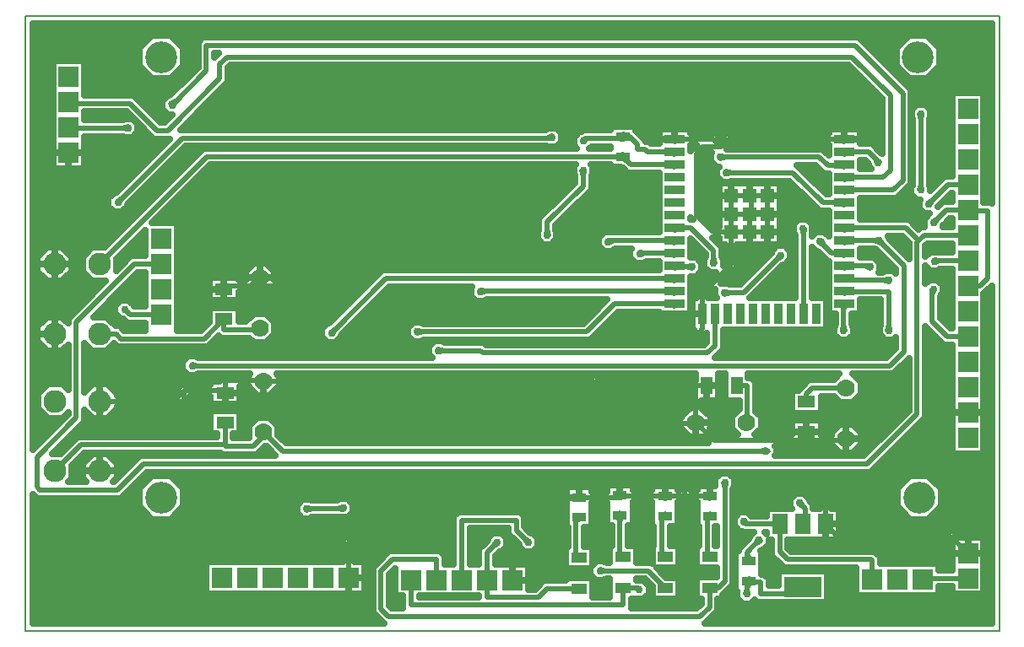
<source format=gbr>
G04 PROTEUS GERBER X2 FILE*
%TF.GenerationSoftware,Labcenter,Proteus,8.17-SP2-Build37159*%
%TF.CreationDate,2024-05-15T18:34:46+00:00*%
%TF.FileFunction,Copper,L1,Top*%
%TF.FilePolarity,Positive*%
%TF.Part,Single*%
%TF.SameCoordinates,{2fb43601-861e-418b-a464-66e3711116c9}*%
%FSLAX45Y45*%
%MOMM*%
G01*
%TA.AperFunction,Conductor*%
%ADD10C,0.508000*%
%TA.AperFunction,ViaPad*%
%ADD11C,0.762000*%
%TA.AperFunction,Conductor*%
%ADD12C,0.635000*%
%TA.AperFunction,ComponentPad*%
%ADD13R,2.032000X2.032000*%
%TA.AperFunction,ComponentPad*%
%ADD14C,1.778000*%
%TA.AperFunction,SMDPad,CuDef*%
%ADD15R,1.524000X2.032000*%
%ADD16R,3.810000X2.032000*%
%TA.AperFunction,SMDPad,CuDef*%
%ADD17R,1.447800X0.939800*%
%ADD18R,1.524000X1.016000*%
%TA.AperFunction,OtherPad,Unknown*%
%ADD19C,3.200000*%
%TA.AperFunction,ComponentPad*%
%ADD70C,2.286000*%
%TA.AperFunction,SMDPad,CuDef*%
%ADD71R,1.803400X1.143000*%
%ADD20R,1.143000X1.803400*%
%TA.AperFunction,SMDPad,CuDef*%
%ADD21R,2.000000X0.900000*%
%ADD22R,0.900000X2.000000*%
%ADD23R,1.330000X1.330000*%
%TA.AperFunction,OtherPad,Unknown*%
%ADD24R,2.032000X2.032000*%
%TA.AperFunction,Profile*%
%ADD25C,0.150000*%
%TD.AperFunction*%
%TA.AperFunction,Conductor*%
G36*
X+1530000Y+1607250D02*
X+1514734Y+1591984D01*
X+1579840Y+1557410D01*
X+1545266Y+1622516D01*
X+1530000Y+1607250D01*
G37*
%TD.AperFunction*%
%TA.AperFunction,Conductor*%
G36*
X+1530000Y+1607250D02*
X+1530000Y+1628840D01*
X+1459515Y+1607250D01*
X+1530000Y+1585660D01*
X+1530000Y+1607250D01*
G37*
%TD.AperFunction*%
%TA.AperFunction,Conductor*%
G36*
X+1530000Y+1807250D02*
X+1530000Y+1785660D01*
X+1600200Y+1807250D01*
X+1530000Y+1828840D01*
X+1530000Y+1807250D01*
G37*
%TD.AperFunction*%
%TA.AperFunction,Conductor*%
G36*
X+1530000Y+1807250D02*
X+1525458Y+1828356D01*
X+1461093Y+1792420D01*
X+1534542Y+1786144D01*
X+1530000Y+1807250D01*
G37*
%TD.AperFunction*%
%TA.AperFunction,Conductor*%
G36*
X+1091000Y-2012750D02*
X+1091000Y-1991160D01*
X+1060000Y-2012750D01*
X+1091000Y-2034340D01*
X+1091000Y-2012750D01*
G37*
%TD.AperFunction*%
%TA.AperFunction,Conductor*%
G36*
X+1091000Y-1812750D02*
X+1091000Y-1834340D01*
X+1161485Y-1812750D01*
X+1091000Y-1791160D01*
X+1091000Y-1812750D01*
G37*
%TD.AperFunction*%
%TA.AperFunction,Conductor*%
G36*
X+1501000Y-1992750D02*
X+1501000Y-2014340D01*
X+1531000Y-1992750D01*
X+1501000Y-1971160D01*
X+1501000Y-1992750D01*
G37*
%TD.AperFunction*%
%TA.AperFunction,Conductor*%
G36*
X+1501000Y-1992750D02*
X+1479413Y-1992444D01*
X+1500000Y-2063227D01*
X+1522587Y-1993056D01*
X+1501000Y-1992750D01*
G37*
%TD.AperFunction*%
%TA.AperFunction,Conductor*%
G36*
X+1501000Y-1792750D02*
X+1494874Y-1772048D01*
X+1433413Y-1812750D01*
X+1507126Y-1813452D01*
X+1501000Y-1792750D01*
G37*
%TD.AperFunction*%
%TA.AperFunction,Conductor*%
G36*
X+1501000Y-1792750D02*
X+1498856Y-1814233D01*
X+1571136Y-1799750D01*
X+1503144Y-1771267D01*
X+1501000Y-1792750D01*
G37*
%TD.AperFunction*%
%TA.AperFunction,Conductor*%
G36*
X+1952000Y-1999750D02*
X+1952000Y-1978160D01*
X+1921000Y-1999750D01*
X+1952000Y-2021340D01*
X+1952000Y-1999750D01*
G37*
%TD.AperFunction*%
%TA.AperFunction,Conductor*%
G36*
X+1952000Y-1799750D02*
X+1952000Y-1778160D01*
X+1881515Y-1799750D01*
X+1952000Y-1821340D01*
X+1952000Y-1799750D01*
G37*
%TD.AperFunction*%
%TA.AperFunction,Conductor*%
G36*
X+1952000Y-1799750D02*
X+1952000Y-1821340D01*
X+2022485Y-1799750D01*
X+1952000Y-1778160D01*
X+1952000Y-1799750D01*
G37*
%TD.AperFunction*%
%TA.AperFunction,Conductor*%
G36*
X+2405600Y-2000950D02*
X+2405600Y-1979360D01*
X+2374600Y-2000950D01*
X+2405600Y-2022540D01*
X+2405600Y-2000950D01*
G37*
%TD.AperFunction*%
%TA.AperFunction,Conductor*%
G36*
X+2405600Y-1800950D02*
X+2405600Y-1779360D01*
X+2335115Y-1800950D01*
X+2405600Y-1822540D01*
X+2405600Y-1800950D01*
G37*
%TD.AperFunction*%
%TA.AperFunction,Conductor*%
G36*
X+2050000Y+1780000D02*
X+2050000Y+1760400D01*
X+2117500Y+1780000D01*
X+2050000Y+1799600D01*
X+2050000Y+1780000D01*
G37*
%TD.AperFunction*%
%TA.AperFunction,Conductor*%
G36*
X+2050000Y+1653000D02*
X+2050000Y+1672600D01*
X+1982500Y+1653000D01*
X+2050000Y+1633400D01*
X+2050000Y+1653000D01*
G37*
%TD.AperFunction*%
%TA.AperFunction,Conductor*%
G36*
X+2050000Y+1526000D02*
X+2050205Y+1545598D01*
X+1982504Y+1526709D01*
X+2049795Y+1506402D01*
X+2050000Y+1526000D01*
G37*
%TD.AperFunction*%
%TA.AperFunction,Conductor*%
G36*
X+2050000Y+891000D02*
X+2050000Y+871400D01*
X+2117500Y+891000D01*
X+2050000Y+910600D01*
X+2050000Y+891000D01*
G37*
%TD.AperFunction*%
%TA.AperFunction,Conductor*%
G36*
X+2050000Y+764000D02*
X+2050000Y+783600D01*
X+1982500Y+764000D01*
X+2050000Y+744400D01*
X+2050000Y+764000D01*
G37*
%TD.AperFunction*%
%TA.AperFunction,Conductor*%
G36*
X+2050000Y+637000D02*
X+2050000Y+656600D01*
X+1982500Y+637000D01*
X+2050000Y+617400D01*
X+2050000Y+637000D01*
G37*
%TD.AperFunction*%
%TA.AperFunction,Conductor*%
G36*
X+2050000Y+510000D02*
X+2047047Y+490624D01*
X+2116729Y+499828D01*
X+2052953Y+529376D01*
X+2050000Y+510000D01*
G37*
%TD.AperFunction*%
%TA.AperFunction,Conductor*%
G36*
X+2050000Y+383000D02*
X+2050000Y+402600D01*
X+1982500Y+383000D01*
X+2050000Y+363400D01*
X+2050000Y+383000D01*
G37*
%TD.AperFunction*%
%TA.AperFunction,Conductor*%
G36*
X+2050000Y+256000D02*
X+2050000Y+275600D01*
X+1982500Y+256000D01*
X+2050000Y+236400D01*
X+2050000Y+256000D01*
G37*
%TD.AperFunction*%
%TA.AperFunction,Conductor*%
G36*
X+2050000Y+129000D02*
X+2050000Y+148600D01*
X+1982500Y+129000D01*
X+2050000Y+109400D01*
X+2050000Y+129000D01*
G37*
%TD.AperFunction*%
%TA.AperFunction,Conductor*%
G36*
X+2328500Y+29000D02*
X+2348100Y+29000D01*
X+2328500Y+96500D01*
X+2308900Y+29000D01*
X+2328500Y+29000D01*
G37*
%TD.AperFunction*%
%TA.AperFunction,Conductor*%
G36*
X+2328500Y+29000D02*
X+2308900Y+29000D01*
X+2328500Y-38500D01*
X+2348100Y+29000D01*
X+2328500Y+29000D01*
G37*
%TD.AperFunction*%
%TA.AperFunction,Conductor*%
G36*
X+2455500Y+29000D02*
X+2435900Y+29000D01*
X+2455500Y-38500D01*
X+2475100Y+29000D01*
X+2455500Y+29000D01*
G37*
%TD.AperFunction*%
%TA.AperFunction,Conductor*%
G36*
X+3344500Y+29000D02*
X+3364100Y+29000D01*
X+3344500Y+96500D01*
X+3324900Y+29000D01*
X+3344500Y+29000D01*
G37*
%TD.AperFunction*%
%TA.AperFunction,Conductor*%
G36*
X+3750000Y+129000D02*
X+3730483Y+130800D01*
X+3743801Y+61786D01*
X+3769517Y+127200D01*
X+3750000Y+129000D01*
G37*
%TD.AperFunction*%
%TA.AperFunction,Conductor*%
G36*
X+3750000Y+256000D02*
X+3749112Y+236421D01*
X+3817430Y+252939D01*
X+3750888Y+275579D01*
X+3750000Y+256000D01*
G37*
%TD.AperFunction*%
%TA.AperFunction,Conductor*%
G36*
X+3750000Y+383000D02*
X+3744867Y+364085D01*
X+3815143Y+365321D01*
X+3755133Y+401915D01*
X+3750000Y+383000D01*
G37*
%TD.AperFunction*%
%TA.AperFunction,Conductor*%
G36*
X+3750000Y+510000D02*
X+3750000Y+490400D01*
X+3817500Y+510000D01*
X+3750000Y+529600D01*
X+3750000Y+510000D01*
G37*
%TD.AperFunction*%
%TA.AperFunction,Conductor*%
G36*
X+3750000Y+637000D02*
X+3750000Y+656600D01*
X+3682500Y+637000D01*
X+3750000Y+617400D01*
X+3750000Y+637000D01*
G37*
%TD.AperFunction*%
%TA.AperFunction,Conductor*%
G36*
X+3750000Y+764000D02*
X+3750000Y+744400D01*
X+3817500Y+764000D01*
X+3750000Y+783600D01*
X+3750000Y+764000D01*
G37*
%TD.AperFunction*%
%TA.AperFunction,Conductor*%
G36*
X+3750000Y+891000D02*
X+3750000Y+871400D01*
X+3817500Y+891000D01*
X+3750000Y+910600D01*
X+3750000Y+891000D01*
G37*
%TD.AperFunction*%
%TA.AperFunction,Conductor*%
G36*
X+3750000Y+1145000D02*
X+3750000Y+1164600D01*
X+3682500Y+1145000D01*
X+3750000Y+1125400D01*
X+3750000Y+1145000D01*
G37*
%TD.AperFunction*%
%TA.AperFunction,Conductor*%
G36*
X+3750000Y+1272000D02*
X+3750000Y+1252400D01*
X+3817500Y+1272000D01*
X+3750000Y+1291600D01*
X+3750000Y+1272000D01*
G37*
%TD.AperFunction*%
%TA.AperFunction,Conductor*%
G36*
X+3750000Y+1399000D02*
X+3750000Y+1379400D01*
X+3817500Y+1399000D01*
X+3750000Y+1418600D01*
X+3750000Y+1399000D01*
G37*
%TD.AperFunction*%
%TA.AperFunction,Conductor*%
G36*
X+3750000Y+1526000D02*
X+3747160Y+1545393D01*
X+3683213Y+1516216D01*
X+3752840Y+1506607D01*
X+3750000Y+1526000D01*
G37*
%TD.AperFunction*%
%TA.AperFunction,Conductor*%
G36*
X+3750000Y+1653000D02*
X+3750000Y+1633400D01*
X+3817500Y+1653000D01*
X+3750000Y+1672600D01*
X+3750000Y+1653000D01*
G37*
%TD.AperFunction*%
%TA.AperFunction,Conductor*%
G36*
X+3750000Y+1780000D02*
X+3750000Y+1799600D01*
X+3682500Y+1780000D01*
X+3750000Y+1760400D01*
X+3750000Y+1780000D01*
G37*
%TD.AperFunction*%
%TA.AperFunction,Conductor*%
G36*
X-2993767Y+2124458D02*
X-2984787Y+2115478D01*
X-2953356Y+2164869D01*
X-3002747Y+2133438D01*
X-2993767Y+2124458D01*
G37*
%TD.AperFunction*%
%TA.AperFunction,Conductor*%
G36*
X-3429625Y+1894004D02*
X-3429625Y+1906704D01*
X-3486775Y+1894004D01*
X-3429625Y+1881304D01*
X-3429625Y+1894004D01*
G37*
%TD.AperFunction*%
%TA.AperFunction,Conductor*%
G36*
X+270000Y-2266382D02*
X+261020Y-2257402D01*
X+229589Y-2306793D01*
X+278980Y-2275362D01*
X+270000Y-2266382D01*
G37*
%TD.AperFunction*%
%TA.AperFunction,Conductor*%
G36*
X+770000Y+820000D02*
X+782700Y+820000D01*
X+770000Y+877150D01*
X+757300Y+820000D01*
X+770000Y+820000D01*
G37*
%TD.AperFunction*%
%TA.AperFunction,Conductor*%
G36*
X+1131568Y+1468339D02*
X+1118868Y+1468339D01*
X+1131568Y+1411189D01*
X+1144268Y+1468339D01*
X+1131568Y+1468339D01*
G37*
%TD.AperFunction*%
%TA.AperFunction,Conductor*%
G36*
X+1131568Y+1761768D02*
X+1140548Y+1752788D01*
X+1162220Y+1792420D01*
X+1122588Y+1770748D01*
X+1131568Y+1761768D01*
G37*
%TD.AperFunction*%
%TA.AperFunction,Conductor*%
G36*
X-1830000Y-649750D02*
X-1830000Y-637050D01*
X-1887150Y-649750D01*
X-1830000Y-662450D01*
X-1830000Y-649750D01*
G37*
%TD.AperFunction*%
%TA.AperFunction,Conductor*%
G36*
X-1830000Y-649750D02*
X-1830000Y-662450D01*
X-1772850Y-649750D01*
X-1830000Y-637050D01*
X-1830000Y-649750D01*
G37*
%TD.AperFunction*%
%TA.AperFunction,Conductor*%
G36*
X+2264912Y-190362D02*
X+2273892Y-199342D01*
X+2305323Y-149951D01*
X+2255932Y-181382D01*
X+2264912Y-190362D01*
G37*
%TD.AperFunction*%
%TA.AperFunction,Conductor*%
G36*
X+2617000Y+1030000D02*
X+2629700Y+1030000D01*
X+2617000Y+1087150D01*
X+2604300Y+1030000D01*
X+2617000Y+1030000D01*
G37*
%TD.AperFunction*%
%TA.AperFunction,Conductor*%
G36*
X+2617000Y+1030000D02*
X+2604300Y+1030000D01*
X+2617000Y+972850D01*
X+2629700Y+1030000D01*
X+2617000Y+1030000D01*
G37*
%TD.AperFunction*%
%TA.AperFunction,Conductor*%
G36*
X+2617000Y+1030000D02*
X+2617000Y+1017300D01*
X+2674150Y+1030000D01*
X+2617000Y+1042700D01*
X+2617000Y+1030000D01*
G37*
%TD.AperFunction*%
%TA.AperFunction,Conductor*%
G36*
X+2800000Y+1030000D02*
X+2800000Y+1042700D01*
X+2742850Y+1030000D01*
X+2800000Y+1017300D01*
X+2800000Y+1030000D01*
G37*
%TD.AperFunction*%
%TA.AperFunction,Conductor*%
G36*
X+2800000Y+1030000D02*
X+2787300Y+1030000D01*
X+2800000Y+972850D01*
X+2812700Y+1030000D01*
X+2800000Y+1030000D01*
G37*
%TD.AperFunction*%
%TA.AperFunction,Conductor*%
G36*
X+2800000Y+1030000D02*
X+2800000Y+1017300D01*
X+2857150Y+1030000D01*
X+2800000Y+1042700D01*
X+2800000Y+1030000D01*
G37*
%TD.AperFunction*%
%TA.AperFunction,Conductor*%
G36*
X+2983000Y+1030000D02*
X+2983000Y+1042700D01*
X+2925850Y+1030000D01*
X+2983000Y+1017300D01*
X+2983000Y+1030000D01*
G37*
%TD.AperFunction*%
%TA.AperFunction,Conductor*%
G36*
X+2983000Y+1030000D02*
X+2970300Y+1030000D01*
X+2983000Y+972850D01*
X+2995700Y+1030000D01*
X+2983000Y+1030000D01*
G37*
%TD.AperFunction*%
%TA.AperFunction,Conductor*%
G36*
X+2983000Y+847000D02*
X+2995700Y+847000D01*
X+2983000Y+904150D01*
X+2970300Y+847000D01*
X+2983000Y+847000D01*
G37*
%TD.AperFunction*%
%TA.AperFunction,Conductor*%
G36*
X+2983000Y+847000D02*
X+2983000Y+859700D01*
X+2925850Y+847000D01*
X+2983000Y+834300D01*
X+2983000Y+847000D01*
G37*
%TD.AperFunction*%
%TA.AperFunction,Conductor*%
G36*
X+2800000Y+847000D02*
X+2800000Y+834300D01*
X+2857150Y+847000D01*
X+2800000Y+859700D01*
X+2800000Y+847000D01*
G37*
%TD.AperFunction*%
%TA.AperFunction,Conductor*%
G36*
X+2800000Y+847000D02*
X+2812700Y+847000D01*
X+2800000Y+904150D01*
X+2787300Y+847000D01*
X+2800000Y+847000D01*
G37*
%TD.AperFunction*%
%TA.AperFunction,Conductor*%
G36*
X+2800000Y+847000D02*
X+2800000Y+859700D01*
X+2742850Y+847000D01*
X+2800000Y+834300D01*
X+2800000Y+847000D01*
G37*
%TD.AperFunction*%
%TA.AperFunction,Conductor*%
G36*
X+2617000Y+847000D02*
X+2629700Y+847000D01*
X+2617000Y+904150D01*
X+2604300Y+847000D01*
X+2617000Y+847000D01*
G37*
%TD.AperFunction*%
%TA.AperFunction,Conductor*%
G36*
X+2617000Y+847000D02*
X+2617000Y+834300D01*
X+2674150Y+847000D01*
X+2617000Y+859700D01*
X+2617000Y+847000D01*
G37*
%TD.AperFunction*%
%TA.AperFunction,Conductor*%
G36*
X+2617000Y+847000D02*
X+2617000Y+859700D01*
X+2559850Y+847000D01*
X+2617000Y+834300D01*
X+2617000Y+847000D01*
G37*
%TD.AperFunction*%
%TA.AperFunction,Conductor*%
G36*
X+2617000Y+1214000D02*
X+2617000Y+1201300D01*
X+2674150Y+1214000D01*
X+2617000Y+1226700D01*
X+2617000Y+1214000D01*
G37*
%TD.AperFunction*%
%TA.AperFunction,Conductor*%
G36*
X+2617000Y+1214000D02*
X+2604300Y+1214000D01*
X+2617000Y+1156850D01*
X+2629700Y+1214000D01*
X+2617000Y+1214000D01*
G37*
%TD.AperFunction*%
%TA.AperFunction,Conductor*%
G36*
X+2800000Y+1214000D02*
X+2800000Y+1201300D01*
X+2857150Y+1214000D01*
X+2800000Y+1226700D01*
X+2800000Y+1214000D01*
G37*
%TD.AperFunction*%
%TA.AperFunction,Conductor*%
G36*
X+2800000Y+1214000D02*
X+2800000Y+1226700D01*
X+2742850Y+1214000D01*
X+2800000Y+1201300D01*
X+2800000Y+1214000D01*
G37*
%TD.AperFunction*%
%TA.AperFunction,Conductor*%
G36*
X+2983000Y+1214000D02*
X+2970300Y+1214000D01*
X+2983000Y+1156850D01*
X+2995700Y+1214000D01*
X+2983000Y+1214000D01*
G37*
%TD.AperFunction*%
%TA.AperFunction,Conductor*%
G36*
X+2983000Y+1214000D02*
X+2983000Y+1226700D01*
X+2925850Y+1214000D01*
X+2983000Y+1201300D01*
X+2983000Y+1214000D01*
G37*
%TD.AperFunction*%
%TA.AperFunction,Conductor*%
G36*
X+144969Y-649750D02*
X+144969Y-637050D01*
X+87819Y-649750D01*
X+144969Y-662450D01*
X+144969Y-649750D01*
G37*
%TD.AperFunction*%
%TA.AperFunction,Conductor*%
G36*
X+144969Y-649750D02*
X+144969Y-662450D01*
X+202119Y-649750D01*
X+144969Y-637050D01*
X+144969Y-649750D01*
G37*
%TD.AperFunction*%
%TA.AperFunction,Conductor*%
G36*
X+2200000Y-1660000D02*
X+2191020Y-1651020D01*
X+2159588Y-1700412D01*
X+2208980Y-1668980D01*
X+2200000Y-1660000D01*
G37*
%TD.AperFunction*%
%TA.AperFunction,Conductor*%
G36*
X-531760Y-151955D02*
X-531566Y-164653D01*
X-474617Y-151079D01*
X-531954Y-139257D01*
X-531760Y-151955D01*
G37*
%TD.AperFunction*%
%TA.AperFunction,Conductor*%
G36*
X+100000Y+250000D02*
X+101333Y+237371D01*
X+156834Y+256000D01*
X+98667Y+262629D01*
X+100000Y+250000D01*
G37*
%TD.AperFunction*%
%TA.AperFunction,Conductor*%
G36*
X+3335833Y+884568D02*
X+3323280Y+882642D01*
X+3344500Y+828080D01*
X+3348386Y+886494D01*
X+3335833Y+884568D01*
G37*
%TD.AperFunction*%
%TA.AperFunction,Conductor*%
G36*
X+4517440Y+1271372D02*
X+4530136Y+1271076D01*
X+4518775Y+1328506D01*
X+4504744Y+1271668D01*
X+4517440Y+1271372D01*
G37*
%TD.AperFunction*%
%TA.AperFunction,Conductor*%
G36*
X+2566577Y+1446094D02*
X+2566000Y+1433408D01*
X+2623667Y+1443496D01*
X+2567154Y+1458780D01*
X+2566577Y+1446094D01*
G37*
%TD.AperFunction*%
%TA.AperFunction,Conductor*%
G36*
X-3534596Y+1146753D02*
X-3525616Y+1137773D01*
X-3494185Y+1187164D01*
X-3543576Y+1155733D01*
X-3534596Y+1146753D01*
G37*
%TD.AperFunction*%
%TA.AperFunction,Conductor*%
G36*
X+820000Y+1800000D02*
X+818712Y+1812634D01*
X+763145Y+1794204D01*
X+821288Y+1787366D01*
X+820000Y+1800000D01*
G37*
%TD.AperFunction*%
%TA.AperFunction,Conductor*%
G36*
X+2506843Y+1601922D02*
X+2506843Y+1589222D01*
X+2563993Y+1601922D01*
X+2506843Y+1614622D01*
X+2506843Y+1601922D01*
G37*
%TD.AperFunction*%
%TA.AperFunction,Conductor*%
G36*
X+4092025Y+1543909D02*
X+4102431Y+1551189D01*
X+4059264Y+1590736D01*
X+4081619Y+1536629D01*
X+4092025Y+1543909D01*
G37*
%TD.AperFunction*%
%TA.AperFunction,Conductor*%
G36*
X+1695747Y-2741132D02*
X+1704727Y-2732152D01*
X+1679365Y-2724750D01*
X+1686767Y-2750112D01*
X+1695747Y-2741132D01*
G37*
%TD.AperFunction*%
%TA.AperFunction,Conductor*%
G36*
X+1697730Y+632350D02*
X+1698763Y+619693D01*
X+1754690Y+637000D01*
X+1696697Y+645007D01*
X+1697730Y+632350D01*
G37*
%TD.AperFunction*%
%TA.AperFunction,Conductor*%
G36*
X-1393488Y-162294D02*
X-1384508Y-171274D01*
X-1353077Y-121883D01*
X-1402468Y-153314D01*
X-1393488Y-162294D01*
G37*
%TD.AperFunction*%
%TA.AperFunction,Conductor*%
G36*
X+2551677Y-1663344D02*
X+2538977Y-1663344D01*
X+2551677Y-1720494D01*
X+2564377Y-1663344D01*
X+2551677Y-1663344D01*
G37*
%TD.AperFunction*%
%TA.AperFunction,Conductor*%
G36*
X+2439493Y+536679D02*
X+2452193Y+536679D01*
X+2439493Y+593829D01*
X+2426793Y+536679D01*
X+2439493Y+536679D01*
G37*
%TD.AperFunction*%
%TA.AperFunction,Conductor*%
G36*
X+1381200Y+752400D02*
X+1383777Y+739965D01*
X+1437160Y+764000D01*
X+1378623Y+764835D01*
X+1381200Y+752400D01*
G37*
%TD.AperFunction*%
%TA.AperFunction,Conductor*%
G36*
X+1300000Y-2550000D02*
X+1300000Y-2562700D01*
X+1357150Y-2550000D01*
X+1300000Y-2537300D01*
X+1300000Y-2550000D01*
G37*
%TD.AperFunction*%
%TA.AperFunction,Conductor*%
G36*
X+583319Y-2265055D02*
X+592299Y-2256075D01*
X+542908Y-2224644D01*
X+574339Y-2274035D01*
X+583319Y-2265055D01*
G37*
%TD.AperFunction*%
%TA.AperFunction,Conductor*%
G36*
X+4518775Y+2037039D02*
X+4506075Y+2037039D01*
X+4518775Y+1979889D01*
X+4531475Y+2037039D01*
X+4518775Y+2037039D01*
G37*
%TD.AperFunction*%
%TA.AperFunction,Conductor*%
G36*
X+3507792Y+755111D02*
X+3498812Y+746131D01*
X+3548203Y+714700D01*
X+3516772Y+764091D01*
X+3507792Y+755111D01*
G37*
%TD.AperFunction*%
%TA.AperFunction,Conductor*%
G36*
X+4596834Y+1130800D02*
X+4605814Y+1121820D01*
X+4637245Y+1171211D01*
X+4587854Y+1139780D01*
X+4596834Y+1130800D01*
G37*
%TD.AperFunction*%
%TA.AperFunction,Conductor*%
G36*
X+4010000Y+500000D02*
X+4012222Y+512504D01*
X+3953732Y+510000D01*
X+4007778Y+487496D01*
X+4010000Y+500000D01*
G37*
%TD.AperFunction*%
%TA.AperFunction,Conductor*%
G36*
X+4647651Y+942405D02*
X+4656631Y+933425D01*
X+4688062Y+982816D01*
X+4638671Y+951385D01*
X+4647651Y+942405D01*
G37*
%TD.AperFunction*%
%TA.AperFunction,Conductor*%
G36*
X+2225625Y+499828D02*
X+2225625Y+512528D01*
X+2168475Y+499828D01*
X+2225625Y+487128D01*
X+2225625Y+499828D01*
G37*
%TD.AperFunction*%
%TA.AperFunction,Conductor*%
G36*
X+2550000Y+240000D02*
X+2550000Y+227300D01*
X+2607150Y+240000D01*
X+2550000Y+252700D01*
X+2550000Y+240000D01*
G37*
%TD.AperFunction*%
%TA.AperFunction,Conductor*%
G36*
X+3114606Y+615904D02*
X+3105626Y+624884D01*
X+3074195Y+575493D01*
X+3123586Y+606924D01*
X+3114606Y+615904D01*
G37*
%TD.AperFunction*%
%TA.AperFunction,Conductor*%
G36*
X+4653570Y+556296D02*
X+4655282Y+543712D01*
X+4710198Y+564000D01*
X+4651858Y+568880D01*
X+4653570Y+556296D01*
G37*
%TD.AperFunction*%
%TA.AperFunction,Conductor*%
G36*
X-2790000Y-492750D02*
X-2790000Y-505450D01*
X-2732850Y-492750D01*
X-2790000Y-480050D01*
X-2790000Y-492750D01*
G37*
%TD.AperFunction*%
%TA.AperFunction,Conductor*%
G36*
X+4098734Y+764000D02*
X+4098734Y+776700D01*
X+4041584Y+764000D01*
X+4098734Y+751300D01*
X+4098734Y+764000D01*
G37*
%TD.AperFunction*%
%TA.AperFunction,Conductor*%
G36*
X+4098734Y+764000D02*
X+4089754Y+755020D01*
X+4139145Y+723589D01*
X+4107714Y+772980D01*
X+4098734Y+764000D01*
G37*
%TD.AperFunction*%
%TA.AperFunction,Conductor*%
G36*
X+2965539Y-1350000D02*
X+2965539Y-1362700D01*
X+2985022Y-1350000D01*
X+2965539Y-1337300D01*
X+2965539Y-1350000D01*
G37*
%TD.AperFunction*%
%TA.AperFunction,Conductor*%
G36*
X+2965539Y-1350000D02*
X+2965539Y-1337300D01*
X+2908389Y-1350000D01*
X+2965539Y-1362700D01*
X+2965539Y-1350000D01*
G37*
%TD.AperFunction*%
%TA.AperFunction,Conductor*%
G36*
X+2965539Y-1350000D02*
X+2965539Y-1337300D01*
X+2950000Y-1350000D01*
X+2965539Y-1362700D01*
X+2965539Y-1350000D01*
G37*
%TD.AperFunction*%
%TA.AperFunction,Conductor*%
G36*
X+4197137Y-137137D02*
X+4209837Y-137137D01*
X+4197137Y-79987D01*
X+4184437Y-137137D01*
X+4197137Y-137137D01*
G37*
%TD.AperFunction*%
%TA.AperFunction,Conductor*%
G36*
X+3743801Y-141599D02*
X+3756501Y-141599D01*
X+3743801Y-84449D01*
X+3731101Y-141599D01*
X+3743801Y-141599D01*
G37*
%TD.AperFunction*%
%TA.AperFunction,Conductor*%
G36*
X+4198864Y+365321D02*
X+4198864Y+378021D01*
X+4141714Y+365321D01*
X+4198864Y+352621D01*
X+4198864Y+365321D01*
G37*
%TD.AperFunction*%
%TA.AperFunction,Conductor*%
G36*
X+4643200Y+275790D02*
X+4630710Y+278086D01*
X+4632868Y+219582D01*
X+4655690Y+273494D01*
X+4643200Y+275790D01*
G37*
%TD.AperFunction*%
%TA.AperFunction,Conductor*%
G36*
X-320000Y-340000D02*
X-320000Y-352700D01*
X-262850Y-340000D01*
X-320000Y-327300D01*
X-320000Y-340000D01*
G37*
%TD.AperFunction*%
%TA.AperFunction,Conductor*%
G36*
X+5227650Y+1138115D02*
X+5219240Y+1146525D01*
X+5148749Y+1146525D01*
X+5148749Y+2248749D01*
X+4831251Y+2248749D01*
X+4831251Y+1408549D01*
X+4757843Y+1408549D01*
X+4612689Y+1263395D01*
X+4612689Y+1310825D01*
X+4604874Y+1318638D01*
X+4601323Y+1336593D01*
X+4601323Y+1970828D01*
X+4605339Y+1988901D01*
X+4614024Y+1997586D01*
X+4614024Y+2076492D01*
X+4558228Y+2132288D01*
X+4479322Y+2132288D01*
X+4423526Y+2076492D01*
X+4423526Y+1997586D01*
X+4432208Y+1988903D01*
X+4436226Y+1970829D01*
X+4436226Y+1338543D01*
X+4431740Y+1320374D01*
X+4422191Y+1310825D01*
X+4422191Y+1231919D01*
X+4477987Y+1176123D01*
X+4507455Y+1176123D01*
X+4501585Y+1170253D01*
X+4501585Y+1091347D01*
X+4557381Y+1035551D01*
X+4606095Y+1035551D01*
X+4552402Y+981858D01*
X+4552402Y+902952D01*
X+4554805Y+900549D01*
X+4517609Y+900549D01*
X+4495800Y+878740D01*
X+4400991Y+973549D01*
X+3907149Y+973549D01*
X+3907149Y+1189451D01*
X+4276191Y+1189451D01*
X+4422549Y+1335809D01*
X+4422549Y+2277373D01*
X+3892577Y+2807345D01*
X-2683196Y+2807345D01*
X-2731554Y+2758987D01*
X-2731554Y+2503411D01*
X-3005317Y+2229648D01*
X-3020939Y+2219707D01*
X-3033220Y+2219707D01*
X-3089016Y+2163911D01*
X-3089016Y+2085005D01*
X-3033220Y+2029209D01*
X-2989277Y+2029209D01*
X-3069661Y+1948825D01*
X-3107959Y+1948825D01*
X-3382279Y+2223145D01*
X-3870251Y+2223145D01*
X-3870251Y+2565999D01*
X-4187749Y+2565999D01*
X-4187749Y+1486501D01*
X-3870251Y+1486501D01*
X-3870251Y+1811455D01*
X-3495835Y+1811455D01*
X-3477762Y+1807438D01*
X-3469078Y+1798755D01*
X-3390172Y+1798755D01*
X-3334376Y+1854551D01*
X-3334376Y+1933457D01*
X-3390172Y+1989253D01*
X-3469078Y+1989253D01*
X-3477762Y+1980569D01*
X-3495834Y+1976553D01*
X-3870251Y+1976553D01*
X-3870251Y+2058047D01*
X-3450661Y+2058047D01*
X-3176341Y+1783727D01*
X-3014362Y+1783727D01*
X-3546146Y+1251943D01*
X-3561768Y+1242002D01*
X-3574049Y+1242002D01*
X-3629845Y+1186206D01*
X-3629845Y+1107300D01*
X-3574049Y+1051504D01*
X-3495143Y+1051504D01*
X-3439347Y+1107300D01*
X-3439347Y+1119581D01*
X-3429406Y+1135203D01*
X-2852954Y+1711655D01*
X+758316Y+1711655D01*
X+775685Y+1709612D01*
X+780547Y+1704751D01*
X+859453Y+1704751D01*
X+915249Y+1760547D01*
X+915249Y+1839453D01*
X+859453Y+1895249D01*
X+780547Y+1895249D01*
X+768123Y+1882825D01*
X+749815Y+1876753D01*
X-2908253Y+1876753D01*
X-2429681Y+2355325D01*
X-2429681Y+2502645D01*
X-2407625Y+2524701D01*
X+3794125Y+2524701D01*
X+4131141Y+2187685D01*
X+4131141Y+1639158D01*
X+4128606Y+1639158D01*
X+4116355Y+1650384D01*
X+4055370Y+1711370D01*
X+4055369Y+1711369D01*
X+4031191Y+1735549D01*
X+3907149Y+1735549D01*
X+3907149Y+1882149D01*
X+3592851Y+1882149D01*
X+3592851Y+1837149D01*
X+2567129Y+1837149D01*
X+2514600Y+1784620D01*
X+2462071Y+1837149D01*
X+2207149Y+1837149D01*
X+2207149Y+1882149D01*
X+1892851Y+1882149D01*
X+1892851Y+1735549D01*
X+1810191Y+1735549D01*
X+1786791Y+1758949D01*
X+1758949Y+1758949D01*
X+1758949Y+1765241D01*
X+1659539Y+1864651D01*
X+1659539Y+1911389D01*
X+1400461Y+1911389D01*
X+1400461Y+1874969D01*
X+1128029Y+1874969D01*
X+1112225Y+1859165D01*
X+1108296Y+1857017D01*
X+1092115Y+1857017D01*
X+1036319Y+1801221D01*
X+1036319Y+1722315D01*
X+1068874Y+1689760D01*
X-2674230Y+1689760D01*
X-3665291Y+698699D01*
X-3791017Y+698699D01*
X-3891449Y+598267D01*
X-3891449Y+456233D01*
X-3791017Y+355801D01*
X-3656887Y+355801D01*
X-4034949Y-22261D01*
X-4034949Y-65335D01*
X-4098983Y-1301D01*
X-4241017Y-1301D01*
X-4341449Y-101733D01*
X-4341449Y-243767D01*
X-4241017Y-344199D01*
X-4098983Y-344199D01*
X-4034949Y-280165D01*
X-4034949Y-735335D01*
X-4093983Y-676301D01*
X-4236017Y-676301D01*
X-4336449Y-776733D01*
X-4336449Y-918767D01*
X-4236017Y-1019199D01*
X-4093983Y-1019199D01*
X-4034949Y-960165D01*
X-4034949Y-981874D01*
X-4387650Y-1334575D01*
X-4387650Y+2939900D01*
X+5227650Y+2939900D01*
X+5227650Y+1138115D01*
G37*
%TD.AperFunction*%
%LPC*%
G36*
X-3319689Y+2516252D02*
X-3319689Y+2698248D01*
X-3190998Y+2826939D01*
X-3009002Y+2826939D01*
X-2880311Y+2698248D01*
X-2880311Y+2516252D01*
X-3009002Y+2387561D01*
X-3190998Y+2387561D01*
X-3319689Y+2516252D01*
G37*
G36*
X+4270311Y+2516252D02*
X+4270311Y+2698248D01*
X+4399002Y+2826939D01*
X+4580998Y+2826939D01*
X+4709689Y+2698248D01*
X+4709689Y+2516252D01*
X+4580998Y+2387561D01*
X+4399002Y+2387561D01*
X+4270311Y+2516252D01*
G37*
G36*
X-4341449Y+456233D02*
X-4341449Y+598267D01*
X-4241017Y+698699D01*
X-4098983Y+698699D01*
X-3998551Y+598267D01*
X-3998551Y+456233D01*
X-4098983Y+355801D01*
X-4241017Y+355801D01*
X-4341449Y+456233D01*
G37*
%LPD*%
%TA.AperFunction,Conductor*%
G36*
X+5227650Y-3075400D02*
X+2355090Y-3075400D01*
X+2482149Y-2948341D01*
X+2482149Y-2829899D01*
X+2532949Y-2829899D01*
X+2532949Y-2793143D01*
X+2634226Y-2691866D01*
X+2634226Y-1729554D01*
X+2638242Y-1711481D01*
X+2646926Y-1702797D01*
X+2646926Y-1623891D01*
X+2591130Y-1568095D01*
X+2512224Y-1568095D01*
X+2456428Y-1623891D01*
X+2456428Y-1696811D01*
X+2276061Y-1696811D01*
X+2276061Y-1743801D01*
X+2209949Y-1743801D01*
X+2209949Y-1730871D01*
X+2257148Y-1683672D01*
X+2257148Y-1636328D01*
X+2223672Y-1602852D01*
X+2176328Y-1602852D01*
X+2095651Y-1683529D01*
X+2095651Y-1742601D01*
X+2081539Y-1742601D01*
X+2081539Y-1695611D01*
X+1822461Y-1695611D01*
X+1822461Y-1742601D01*
X+1630539Y-1742601D01*
X+1630539Y-1688611D01*
X+1371461Y-1688611D01*
X+1371461Y-1755601D01*
X+1220539Y-1755601D01*
X+1220539Y-1708611D01*
X+961461Y-1708611D01*
X+961461Y-2116889D01*
X+977451Y-2116889D01*
X+977451Y-2309841D01*
X+956651Y-2309841D01*
X+956651Y-2525739D01*
X+1204751Y-2525739D01*
X+1204751Y-2589453D01*
X+1260547Y-2645249D01*
X+1339453Y-2645249D01*
X+1348136Y-2636566D01*
X+1366210Y-2632549D01*
X+1397651Y-2632549D01*
X+1397651Y-2813051D01*
X+1223349Y-2813051D01*
X+1223349Y-2624801D01*
X+956651Y-2624801D01*
X+956651Y-2650201D01*
X+738259Y-2650201D01*
X+651609Y-2736851D01*
X+580749Y-2736851D01*
X+580749Y-2484001D01*
X+250549Y-2484001D01*
X+250549Y-2402573D01*
X+281549Y-2371573D01*
X+297171Y-2361631D01*
X+309453Y-2361631D01*
X+365249Y-2305835D01*
X+365249Y-2226929D01*
X+309453Y-2171133D01*
X+230547Y-2171133D01*
X+174751Y-2226929D01*
X+174751Y-2239209D01*
X+164809Y-2254833D01*
X+85451Y-2334191D01*
X+85451Y-2484001D01*
X-3451Y-2484001D01*
X-3451Y-2123363D01*
X+378265Y-2123363D01*
X+378265Y-2176741D01*
X+478128Y-2276605D01*
X+488070Y-2292228D01*
X+488070Y-2304508D01*
X+543866Y-2360304D01*
X+622772Y-2360304D01*
X+678568Y-2304508D01*
X+678568Y-2225602D01*
X+622772Y-2169806D01*
X+610489Y-2169806D01*
X+594868Y-2159865D01*
X+543363Y-2108360D01*
X+543363Y-2006623D01*
X+495005Y-1958265D01*
X-120191Y-1958265D01*
X-168549Y-2006623D01*
X-168549Y-2484001D01*
X-257451Y-2484001D01*
X-257451Y-2401533D01*
X-305809Y-2353175D01*
X-813765Y-2353175D01*
X-977749Y-2517159D01*
X-977749Y-2966541D01*
X-868890Y-3075400D01*
X-4387650Y-3075400D01*
X-4387650Y-1783247D01*
X-4350275Y-1820622D01*
X-3503882Y-1820622D01*
X-3244263Y-1561003D01*
X+4016086Y-1561003D01*
X+4563748Y-1013341D01*
X+4563748Y-96910D01*
X+4747387Y-280549D01*
X+4831251Y-280549D01*
X+4831251Y-1372749D01*
X+5148749Y-1372749D01*
X+5148749Y+233034D01*
X+5227650Y+311935D01*
X+5227650Y-3075400D01*
G37*
%TD.AperFunction*%
%LPC*%
G36*
X+3638548Y-1728928D02*
X+3638548Y-1776272D01*
X+3622289Y-1792531D01*
X+3622289Y-1923001D01*
X+3698489Y-1923001D01*
X+3698489Y-2134279D01*
X+3709325Y-2145115D01*
X+4843185Y-2145115D01*
X+4912071Y-2214001D01*
X+5148749Y-2214001D01*
X+5148749Y-2785499D01*
X+4831251Y-2785499D01*
X+4831251Y-2709299D01*
X+4694749Y-2709299D01*
X+4694749Y-2795499D01*
X+3869251Y-2795499D01*
X+3869251Y-2520949D01*
X+3144869Y-2520949D01*
X+3020311Y-2396391D01*
X+3020311Y-2240499D01*
X+2993458Y-2240499D01*
X+2993458Y-2281244D01*
X+2937662Y-2337040D01*
X+2925380Y-2337040D01*
X+2909758Y-2346982D01*
X+2908129Y-2348611D01*
X+2919539Y-2348611D01*
X+2919539Y-2583233D01*
X+2948991Y-2583233D01*
X+2997349Y-2631591D01*
X+2997349Y-2697401D01*
X+3086351Y-2697401D01*
X+3086351Y-2552921D01*
X+3581649Y-2552921D01*
X+3581649Y-2870419D01*
X+3086351Y-2870419D01*
X+3086351Y-2862499D01*
X+2880609Y-2862499D01*
X+2855352Y-2837243D01*
X+2812809Y-2879786D01*
X+2733903Y-2879786D01*
X+2678107Y-2823990D01*
X+2678107Y-2756889D01*
X+2660461Y-2756889D01*
X+2660461Y-2348611D01*
X+2694475Y-2348611D01*
X+2694475Y-2328785D01*
X+2793018Y-2230242D01*
X+2802960Y-2214618D01*
X+2802960Y-2202338D01*
X+2840999Y-2164299D01*
X+2733359Y-2164299D01*
X+2721708Y-2152649D01*
X+2703747Y-2152649D01*
X+2647951Y-2096853D01*
X+2647951Y-2017947D01*
X+2703747Y-1962151D01*
X+2782653Y-1962151D01*
X+2819703Y-1999201D01*
X+2969511Y-1999201D01*
X+2969511Y-1923001D01*
X+3222783Y-1923001D01*
X+3208065Y-1908283D01*
X+3208065Y-1829377D01*
X+3263861Y-1773581D01*
X+3342767Y-1773581D01*
X+3398563Y-1829377D01*
X+3398563Y-1841660D01*
X+3408502Y-1857279D01*
X+3415974Y-1864750D01*
X+3415973Y-1864751D01*
X+3440153Y-1888929D01*
X+3440153Y-1923001D01*
X+3507991Y-1923001D01*
X+3507991Y-1745189D01*
X+3557728Y-1695452D01*
X+3605072Y-1695452D01*
X+3638548Y-1728928D01*
G37*
G36*
X-3319689Y-1903748D02*
X-3319689Y-1721752D01*
X-3190998Y-1593061D01*
X-3009002Y-1593061D01*
X-2880311Y-1721752D01*
X-2880311Y-1903748D01*
X-3009002Y-2032439D01*
X-3190998Y-2032439D01*
X-3319689Y-1903748D01*
G37*
G36*
X+4280311Y-1903748D02*
X+4280311Y-1721752D01*
X+4409002Y-1593061D01*
X+4590998Y-1593061D01*
X+4719689Y-1721752D01*
X+4719689Y-1903748D01*
X+4590998Y-2032439D01*
X+4409002Y-2032439D01*
X+4280311Y-1903748D01*
G37*
G36*
X-1017853Y-2092314D02*
X-1017853Y-2139658D01*
X-1162851Y-2284656D01*
X-1162851Y-2464001D01*
X-1061251Y-2464001D01*
X-1061251Y-2781499D01*
X-2648749Y-2781499D01*
X-2648749Y-2464001D01*
X-1277149Y-2464001D01*
X-1277149Y-2237314D01*
X-1098673Y-2058838D01*
X-1051329Y-2058838D01*
X-1017853Y-2092314D01*
G37*
G36*
X-1174751Y-1880547D02*
X-1174751Y-1959453D01*
X-1230547Y-2015249D01*
X-1309453Y-2015249D01*
X-1314752Y-2009951D01*
X-1332226Y-2007691D01*
X-1574160Y-2007691D01*
X-1592431Y-2012958D01*
X-1603404Y-2023931D01*
X-1682310Y-2023931D01*
X-1738106Y-1968135D01*
X-1738106Y-1889229D01*
X-1682310Y-1833433D01*
X-1603404Y-1833433D01*
X-1597040Y-1839798D01*
X-1579344Y-1842593D01*
X-1339764Y-1842593D01*
X-1321456Y-1836754D01*
X-1309453Y-1824751D01*
X-1230547Y-1824751D01*
X-1174751Y-1880547D01*
G37*
%LPD*%
%TA.AperFunction,Conductor*%
G36*
X+2790000Y-2652750D02*
X+2786009Y-2673967D01*
X+2859269Y-2665782D01*
X+2793991Y-2631533D01*
X+2790000Y-2652750D01*
G37*
%TD.AperFunction*%
%TA.AperFunction,Conductor*%
G36*
X+2790000Y-2652750D02*
X+2769021Y-2647652D01*
X+2773356Y-2721241D01*
X+2810979Y-2657848D01*
X+2790000Y-2652750D01*
G37*
%TD.AperFunction*%
%TA.AperFunction,Conductor*%
G36*
X+2790000Y-2452750D02*
X+2811220Y-2448776D01*
X+2777024Y-2383470D01*
X+2768780Y-2456724D01*
X+2790000Y-2452750D01*
G37*
%TD.AperFunction*%
%TA.AperFunction,Conductor*%
G36*
X+2743200Y-2057400D02*
X+2734220Y-2066380D01*
X+2767550Y-2081750D01*
X+2752180Y-2048420D01*
X+2743200Y-2057400D01*
G37*
%TD.AperFunction*%
%TA.AperFunction,Conductor*%
G36*
X+2773356Y-2784537D02*
X+2786056Y-2784537D01*
X+2773356Y-2727387D01*
X+2760656Y-2784537D01*
X+2773356Y-2784537D01*
G37*
%TD.AperFunction*%
%TA.AperFunction,Conductor*%
G36*
X-1075001Y-2115986D02*
X-1083981Y-2107006D01*
X-1115412Y-2156397D01*
X-1066021Y-2124966D01*
X-1075001Y-2115986D01*
G37*
%TD.AperFunction*%
%TA.AperFunction,Conductor*%
G36*
X+3581400Y-1752600D02*
X+3572420Y-1743620D01*
X+3565140Y-1768860D01*
X+3590380Y-1761580D01*
X+3581400Y-1752600D01*
G37*
%TD.AperFunction*%
%TA.AperFunction,Conductor*%
G36*
X-1270000Y-1920000D02*
X-1271142Y-1907352D01*
X-1326918Y-1925142D01*
X-1268858Y-1932648D01*
X-1270000Y-1920000D01*
G37*
%TD.AperFunction*%
%TA.AperFunction,Conductor*%
G36*
X-1642857Y-1928682D02*
X-1642071Y-1941357D01*
X-1585817Y-1925142D01*
X-1643643Y-1916007D01*
X-1642857Y-1928682D01*
G37*
%TD.AperFunction*%
%TA.AperFunction,Conductor*%
G36*
X+2898209Y-2241791D02*
X+2889229Y-2232811D01*
X+2857798Y-2282202D01*
X+2907189Y-2250771D01*
X+2898209Y-2241791D01*
G37*
%TD.AperFunction*%
%TA.AperFunction,Conductor*%
G36*
X+3303314Y-1868830D02*
X+3294334Y-1877810D01*
X+3343725Y-1909241D01*
X+3312294Y-1859850D01*
X+3303314Y-1868830D01*
G37*
%TD.AperFunction*%
%TA.AperFunction,Conductor*%
G36*
X+2969511Y-2178391D02*
X+2955419Y-2164299D01*
X+2969511Y-2164299D01*
X+2969511Y-2178391D01*
G37*
%TD.AperFunction*%
%TA.AperFunction,Conductor*%
G36*
X+3645244Y-2242674D02*
X+3661983Y-2259413D01*
X+4795843Y-2259413D01*
X+4831251Y-2294821D01*
X+4831251Y-2544201D01*
X+4694749Y-2544201D01*
X+4694749Y-2478001D01*
X+4110549Y-2478001D01*
X+4110549Y-2412782D01*
X+4053618Y-2355851D01*
X+3213251Y-2355851D01*
X+3185409Y-2328009D01*
X+3185409Y-2240499D01*
X+3643069Y-2240499D01*
X+3645244Y-2242674D01*
G37*
%TD.AperFunction*%
%TA.AperFunction,Conductor*%
G36*
X+2469128Y-2299041D02*
X+2457149Y-2299041D01*
X+2457149Y-2105089D01*
X+2469128Y-2105089D01*
X+2469128Y-2299041D01*
G37*
%TD.AperFunction*%
%TA.AperFunction,Conductor*%
G36*
X+1371461Y-1896889D02*
X+1371461Y-2096889D01*
X+1417451Y-2096889D01*
X+1417451Y-2301841D01*
X+1397651Y-2301841D01*
X+1397651Y-2467451D01*
X+1366210Y-2467451D01*
X+1348136Y-2463435D01*
X+1339453Y-2454751D01*
X+1260547Y-2454751D01*
X+1223349Y-2491949D01*
X+1223349Y-2309841D01*
X+1142549Y-2309841D01*
X+1142549Y-2116889D01*
X+1220539Y-2116889D01*
X+1220539Y-1869899D01*
X+1371461Y-1869899D01*
X+1371461Y-1896889D01*
G37*
%TD.AperFunction*%
%TA.AperFunction,Conductor*%
G36*
X+1822461Y-1903889D02*
X+1822461Y-2103889D01*
X+1838451Y-2103889D01*
X+1838451Y-2301841D01*
X+1824651Y-2301841D01*
X+1824651Y-2474661D01*
X+1817441Y-2467451D01*
X+1664349Y-2467451D01*
X+1664349Y-2301841D01*
X+1582549Y-2301841D01*
X+1582549Y-2096889D01*
X+1630539Y-2096889D01*
X+1630539Y-1856899D01*
X+1822461Y-1856899D01*
X+1822461Y-1903889D01*
G37*
%TD.AperFunction*%
%TA.AperFunction,Conductor*%
G36*
X+85451Y-2813051D02*
X-511451Y-2813051D01*
X-511451Y-2801499D01*
X+85451Y-2801499D01*
X+85451Y-2813051D01*
G37*
%TD.AperFunction*%
%TA.AperFunction,Conductor*%
G36*
X+2129128Y-1858099D02*
X+2276061Y-1858099D01*
X+2276061Y-2105089D01*
X+2292051Y-2105089D01*
X+2292051Y-2299041D01*
X+2266251Y-2299041D01*
X+2266251Y-2514939D01*
X+2469128Y-2514939D01*
X+2469128Y-2614001D01*
X+2266251Y-2614001D01*
X+2266251Y-2829899D01*
X+2317051Y-2829899D01*
X+2317051Y-2879959D01*
X+2271009Y-2926001D01*
X+1613549Y-2926001D01*
X+1613549Y-2832699D01*
X+1652612Y-2832699D01*
X+1656294Y-2836381D01*
X+1735200Y-2836381D01*
X+1790996Y-2780585D01*
X+1790996Y-2701679D01*
X+1735200Y-2645883D01*
X+1717237Y-2645883D01*
X+1713556Y-2642201D01*
X+1664349Y-2642201D01*
X+1664349Y-2632549D01*
X+1749059Y-2632549D01*
X+1824651Y-2708141D01*
X+1824651Y-2832699D01*
X+2091349Y-2832699D01*
X+2091349Y-2616801D01*
X+1966791Y-2616801D01*
X+1867729Y-2517739D01*
X+2091349Y-2517739D01*
X+2091349Y-2301841D01*
X+2003549Y-2301841D01*
X+2003549Y-2103889D01*
X+2081539Y-2103889D01*
X+2081539Y-1856899D01*
X+2127928Y-1856899D01*
X+2129128Y-1858099D01*
G37*
%TD.AperFunction*%
%TA.AperFunction,Conductor*%
G36*
X-752749Y-2801499D02*
X-676549Y-2801499D01*
X-676549Y-2926001D01*
X-784809Y-2926001D01*
X-812651Y-2898159D01*
X-812651Y-2585541D01*
X-752749Y-2525639D01*
X-752749Y-2801499D01*
G37*
%TD.AperFunction*%
%TA.AperFunction,Conductor*%
G36*
X-2566456Y+2599350D02*
X-2566456Y+2642247D01*
X-2523559Y+2642247D01*
X-2566456Y+2599350D01*
G37*
%TD.AperFunction*%
%TA.AperFunction,Conductor*%
G36*
X+1400461Y+1703111D02*
X+1400461Y+1689799D01*
X+1223426Y+1689799D01*
X+1223387Y+1689760D01*
X+1194262Y+1689760D01*
X+1214373Y+1709871D01*
X+1400461Y+1709871D01*
X+1400461Y+1703111D01*
G37*
%TD.AperFunction*%
%TA.AperFunction,Conductor*%
G36*
X+2223698Y+1679818D02*
X+2207149Y+1663269D01*
X+2207149Y+1722851D01*
X+2266731Y+1722851D01*
X+2223698Y+1679818D01*
G37*
%TD.AperFunction*%
%TA.AperFunction,Conductor*%
G36*
X+3592851Y+1677851D02*
X+3592851Y+1624759D01*
X+3533139Y+1684471D01*
X+2576091Y+1684471D01*
X+2614471Y+1722851D01*
X+3592851Y+1722851D01*
X+3592851Y+1677851D01*
G37*
%TD.AperFunction*%
%TA.AperFunction,Conductor*%
G36*
X+3989255Y+1544004D02*
X+3996776Y+1525801D01*
X+3996776Y+1504456D01*
X+4019683Y+1481549D01*
X+3907149Y+1481549D01*
X+3907149Y+1570451D01*
X+3962808Y+1570451D01*
X+3989255Y+1544004D01*
G37*
%TD.AperFunction*%
%TA.AperFunction,Conductor*%
G36*
X+3550463Y+1433667D02*
X+3592851Y+1433667D01*
X+3592851Y+1227549D01*
X+3569191Y+1227549D01*
X+3277367Y+1519373D01*
X+3464757Y+1519373D01*
X+3550463Y+1433667D01*
G37*
%TD.AperFunction*%
%TA.AperFunction,Conductor*%
G36*
X+4831251Y+1167251D02*
X+4831251Y+1154549D01*
X+4743055Y+1154549D01*
X+4692083Y+1103577D01*
X+4692083Y+1103632D01*
X+4702022Y+1119248D01*
X+4826225Y+1243451D01*
X+4831251Y+1243451D01*
X+4831251Y+1167251D01*
G37*
%TD.AperFunction*%
%TA.AperFunction,Conductor*%
G36*
X+2231031Y+973549D02*
X+2207149Y+973549D01*
X+2207149Y+997431D01*
X+2231031Y+973549D01*
G37*
%TD.AperFunction*%
%TA.AperFunction,Conductor*%
G36*
X+4831251Y+913251D02*
X+4831251Y+900549D01*
X+4740497Y+900549D01*
X+4742900Y+902952D01*
X+4742900Y+915238D01*
X+4752838Y+930852D01*
X+4811437Y+989451D01*
X+4831251Y+989451D01*
X+4831251Y+913251D01*
G37*
%TD.AperFunction*%
%TA.AperFunction,Conductor*%
G36*
X+2411594Y+1641375D02*
X+2411594Y+1562469D01*
X+2467390Y+1506673D01*
X+2492454Y+1506673D01*
X+2471328Y+1485547D01*
X+2471328Y+1406641D01*
X+2527124Y+1350845D01*
X+2606030Y+1350845D01*
X+2613015Y+1357830D01*
X+2630831Y+1360947D01*
X+3202313Y+1360947D01*
X+3500809Y+1062451D01*
X+3592851Y+1062451D01*
X+3592851Y+804754D01*
X+3547245Y+850360D01*
X+3468339Y+850360D01*
X+3427049Y+809070D01*
X+3427049Y+825351D01*
X+3428170Y+842203D01*
X+3431082Y+845115D01*
X+3431082Y+924021D01*
X+3375286Y+979817D01*
X+3296380Y+979817D01*
X+3240584Y+924021D01*
X+3240584Y+845115D01*
X+3253284Y+832415D01*
X+3253284Y+822223D01*
X+3261338Y+814168D01*
X+3261951Y+812594D01*
X+3261951Y+186149D01*
X+2801591Y+186149D01*
X+3126155Y+510713D01*
X+3141777Y+520655D01*
X+3154059Y+520655D01*
X+3209855Y+576451D01*
X+3209855Y+655357D01*
X+3154059Y+711153D01*
X+3075153Y+711153D01*
X+3019357Y+655357D01*
X+3019357Y+643076D01*
X+3009415Y+627453D01*
X+2704511Y+322549D01*
X+2616210Y+322549D01*
X+2598136Y+326565D01*
X+2589453Y+335249D01*
X+2515969Y+335249D01*
X+2674149Y+493429D01*
X+2674149Y+723351D01*
X+3106649Y+723351D01*
X+3106649Y+1337649D01*
X+2493351Y+1337649D01*
X+2493351Y+904149D01*
X+2462071Y+904149D01*
X+2321257Y+1044963D01*
X+2321257Y+1615737D01*
X+2352171Y+1646651D01*
X+2416870Y+1646651D01*
X+2411594Y+1641375D01*
G37*
%TD.AperFunction*%
%TA.AperFunction,Conductor*%
G36*
X+2493351Y+727055D02*
X+2430555Y+789851D01*
X+2493351Y+789851D01*
X+2493351Y+727055D01*
G37*
%TD.AperFunction*%
%TA.AperFunction,Conductor*%
G36*
X+1400461Y+1503111D02*
X+1506081Y+1503111D01*
X+1530210Y+1490298D01*
X+1576350Y+1444160D01*
X+1892851Y+1444160D01*
X+1892851Y+846549D01*
X+1437706Y+846549D01*
X+1421522Y+846779D01*
X+1420653Y+847649D01*
X+1341747Y+847649D01*
X+1285951Y+791853D01*
X+1285951Y+712947D01*
X+1341747Y+657151D01*
X+1420653Y+657151D01*
X+1436818Y+673316D01*
X+1454885Y+681451D01*
X+1612129Y+681451D01*
X+1602481Y+671803D01*
X+1602481Y+592897D01*
X+1658277Y+537101D01*
X+1737183Y+537101D01*
X+1748871Y+548789D01*
X+1767167Y+554451D01*
X+1892851Y+554451D01*
X+1892851Y+465549D01*
X-882385Y+465549D01*
X-1405038Y-57104D01*
X-1420660Y-67045D01*
X-1432941Y-67045D01*
X-1488737Y-122841D01*
X-1488737Y-201747D01*
X-1432941Y-257543D01*
X-1354035Y-257543D01*
X-1298239Y-201747D01*
X-1298239Y-189462D01*
X-1288301Y-173847D01*
X-814003Y+300451D01*
X+15749Y+300451D01*
X+4751Y+289453D01*
X+4751Y+210547D01*
X+60547Y+154751D01*
X+139453Y+154751D01*
X+152009Y+167307D01*
X+170313Y+173451D01*
X+1371833Y+173451D01*
X+1129852Y-68530D01*
X-466198Y-68530D01*
X-484194Y-64820D01*
X-492307Y-56706D01*
X-571213Y-56706D01*
X-627009Y-112502D01*
X-627009Y-191408D01*
X-571213Y-247204D01*
X-492307Y-247204D01*
X-483054Y-237951D01*
X-464919Y-233628D01*
X+1198234Y-233628D01*
X+1478313Y+46451D01*
X+1892851Y+46451D01*
X+1892851Y+26851D01*
X+2207149Y+26851D01*
X+2207149Y+404579D01*
X+2265078Y+404579D01*
X+2320874Y+460375D01*
X+2320874Y+539281D01*
X+2265078Y+595077D01*
X+2207149Y+595077D01*
X+2207149Y+779778D01*
X+2356944Y+629983D01*
X+2356944Y+602889D01*
X+2352927Y+584815D01*
X+2344244Y+576132D01*
X+2344244Y+497226D01*
X+2400040Y+441430D01*
X+2460510Y+441430D01*
X+2271351Y+252271D01*
X+2271351Y+186149D01*
X+2226351Y+186149D01*
X+2226351Y-128149D01*
X+2246305Y-128149D01*
X+2207764Y-166690D01*
X+2207764Y-214034D01*
X+2241240Y-247510D01*
X+2288584Y-247510D01*
X+2372951Y-163143D01*
X+2372951Y-255792D01*
X+2347690Y-281053D01*
X+156237Y-281053D01*
X+132635Y-257451D01*
X-253790Y-257451D01*
X-271864Y-253435D01*
X-280547Y-244751D01*
X-359453Y-244751D01*
X-415249Y-300547D01*
X-415249Y-379453D01*
X-384501Y-410201D01*
X-2723790Y-410201D01*
X-2741864Y-406185D01*
X-2750547Y-397501D01*
X-2829453Y-397501D01*
X-2885249Y-453297D01*
X-2885249Y-532203D01*
X-2829453Y-587999D01*
X-2750547Y-587999D01*
X-2741864Y-579316D01*
X-2723790Y-575299D01*
X-2207093Y-575299D01*
X-2217395Y-585601D01*
X-2483671Y-585601D01*
X-2517149Y-619079D01*
X-2517149Y-648451D01*
X-2607319Y-648451D01*
X-2607319Y-685601D01*
X-2893671Y-685601D01*
X-2927149Y-719079D01*
X-2927149Y-790601D01*
X-3543551Y-790601D01*
X-3543551Y-776733D01*
X-3643983Y-676301D01*
X-3786017Y-676301D01*
X-3869851Y-760135D01*
X-3869851Y-265365D01*
X-3791017Y-344199D01*
X-3648983Y-344199D01*
X-3573237Y-268453D01*
X-3538056Y-303634D01*
X-2634144Y-303634D01*
X-2523975Y-193465D01*
X-2504191Y-213249D01*
X-2217045Y-213249D01*
X-2171495Y-258799D01*
X-2050505Y-258799D01*
X-1964951Y-173245D01*
X-1964951Y-52255D01*
X-2050505Y+33299D01*
X-2171495Y+33299D01*
X-2252945Y-48151D01*
X-2322681Y-48151D01*
X-2322681Y+91549D01*
X-2617319Y+91549D01*
X-2617319Y-53329D01*
X-2702526Y-138536D01*
X-2941251Y-138536D01*
X-2941251Y+939999D01*
X-3190511Y+939999D01*
X-2605848Y+1524662D01*
X+1053189Y+1524662D01*
X+1036319Y+1507792D01*
X+1036319Y+1428886D01*
X+1045000Y+1420204D01*
X+1049019Y+1402125D01*
X+1049019Y+1344811D01*
X+687451Y+983243D01*
X+687451Y+886210D01*
X+683434Y+868136D01*
X+674751Y+859453D01*
X+674751Y+780547D01*
X+730547Y+724751D01*
X+809453Y+724751D01*
X+865249Y+780547D01*
X+865249Y+859453D01*
X+856562Y+868139D01*
X+852549Y+886206D01*
X+852549Y+914861D01*
X+1214117Y+1276429D01*
X+1214117Y+1402129D01*
X+1218133Y+1420202D01*
X+1226817Y+1428886D01*
X+1226817Y+1507792D01*
X+1209947Y+1524662D01*
X+1291769Y+1524662D01*
X+1291808Y+1524701D01*
X+1400461Y+1524701D01*
X+1400461Y+1503111D01*
G37*
%TD.AperFunction*%
%LPC*%
G36*
X-1964951Y+455745D02*
X-1964951Y+364399D01*
X-1876329Y+364399D01*
X-1832852Y+320922D01*
X-1832852Y+273578D01*
X-1866328Y+240102D01*
X-1913672Y+240102D01*
X-1923671Y+250101D01*
X-2049605Y+250101D01*
X-2050505Y+249201D01*
X-2171495Y+249201D01*
X-2172395Y+250101D01*
X-2322681Y+250101D01*
X-2322681Y+162951D01*
X-2617319Y+162951D01*
X-2617319Y+391549D01*
X-2322681Y+391549D01*
X-2322681Y+364399D01*
X-2257049Y+364399D01*
X-2257049Y+455745D01*
X-2171495Y+541299D01*
X-2050505Y+541299D01*
X-1964951Y+455745D01*
G37*
%LPD*%
%TA.AperFunction,Conductor*%
G36*
X-1890000Y+297250D02*
X-1887778Y+309754D01*
X-1946268Y+307250D01*
X-1892222Y+284746D01*
X-1890000Y+297250D01*
G37*
%TD.AperFunction*%
%TA.AperFunction,Conductor*%
G36*
X+4831251Y+659251D02*
X+4831251Y+646549D01*
X+4713634Y+646549D01*
X+4696593Y+647974D01*
X+4693023Y+651545D01*
X+4614117Y+651545D01*
X+4563748Y+601176D01*
X+4563748Y+713208D01*
X+4585991Y+735451D01*
X+4831251Y+735451D01*
X+4831251Y+659251D01*
G37*
%TD.AperFunction*%
%TA.AperFunction,Conductor*%
G36*
X+4398650Y+742410D02*
X+4398650Y+580823D01*
X+4203922Y+775551D01*
X+4193983Y+791170D01*
X+4193983Y+803453D01*
X+4188985Y+808451D01*
X+4332609Y+808451D01*
X+4398650Y+742410D01*
G37*
%TD.AperFunction*%
%TA.AperFunction,Conductor*%
G36*
X+2559851Y+540771D02*
X+2534742Y+515662D01*
X+2534742Y+576132D01*
X+2526058Y+584815D01*
X+2522042Y+602889D01*
X+2522042Y+698365D01*
X+2497055Y+723351D01*
X+2559851Y+723351D01*
X+2559851Y+540771D01*
G37*
%TD.AperFunction*%
%TA.AperFunction,Conductor*%
G36*
X-3258749Y+622501D02*
X-3258749Y+609799D01*
X-3402889Y+609799D01*
X-3548551Y+464137D01*
X-3548551Y+581959D01*
X-3258749Y+871761D01*
X-3258749Y+622501D01*
G37*
%TD.AperFunction*%
%TA.AperFunction,Conductor*%
G36*
X+4050597Y+677434D02*
X+4059281Y+668751D01*
X+4071560Y+668751D01*
X+4087183Y+658810D01*
X+4264640Y+481353D01*
X+4264640Y+434247D01*
X+4238317Y+460570D01*
X+4159411Y+460570D01*
X+4150727Y+451886D01*
X+4132654Y+447870D01*
X+4092572Y+447870D01*
X+4105249Y+460547D01*
X+4105249Y+539453D01*
X+4049453Y+595249D01*
X+3970547Y+595249D01*
X+3968556Y+593258D01*
X+3951976Y+592549D01*
X+3907149Y+592549D01*
X+3907149Y+681451D01*
X+4032523Y+681451D01*
X+4050597Y+677434D01*
G37*
%TD.AperFunction*%
%TA.AperFunction,Conductor*%
G36*
X+2454751Y+200547D02*
X+2469149Y+186149D01*
X+2385649Y+186149D01*
X+2385649Y+204929D01*
X+2454751Y+274031D01*
X+2454751Y+200547D01*
G37*
%TD.AperFunction*%
%TA.AperFunction,Conductor*%
G36*
X-3258749Y+368501D02*
X-3258749Y+101799D01*
X-3372942Y+101799D01*
X-3372942Y+112655D01*
X-3428738Y+168451D01*
X-3441711Y+168451D01*
X-3450633Y+177373D01*
X-3472172Y+168451D01*
X-3507644Y+168451D01*
X-3532729Y+143366D01*
X-3552549Y+135156D01*
X-3552549Y+123546D01*
X-3563440Y+112655D01*
X-3563440Y+33749D01*
X-3507644Y-22047D01*
X-3484693Y-22047D01*
X-3443441Y-63299D01*
X-3258749Y-63299D01*
X-3258749Y-138536D01*
X-3469674Y-138536D01*
X-3518009Y-90201D01*
X-3560083Y-90201D01*
X-3648983Y-1301D01*
X-3780509Y-1301D01*
X-3334507Y+444701D01*
X-3258749Y+444701D01*
X-3258749Y+368501D01*
G37*
%TD.AperFunction*%
%TA.AperFunction,Conductor*%
G36*
X+4614117Y+461047D02*
X+4693023Y+461047D01*
X+4706672Y+474696D01*
X+4724957Y+481451D01*
X+4831251Y+481451D01*
X+4831251Y-115451D01*
X+4815769Y-115451D01*
X+4715417Y-15099D01*
X+4715417Y+202830D01*
X+4723106Y+220994D01*
X+4738449Y+236337D01*
X+4738449Y+315243D01*
X+4682653Y+371039D01*
X+4603747Y+371039D01*
X+4563748Y+331040D01*
X+4563748Y+511416D01*
X+4614117Y+461047D01*
G37*
%TD.AperFunction*%
%TA.AperFunction,Conductor*%
G36*
X+3468339Y+659862D02*
X+3480618Y+659862D01*
X+3496242Y+649920D01*
X+3591712Y+554451D01*
X+3592851Y+554451D01*
X+3592851Y+26851D01*
X+3661252Y+26851D01*
X+3661252Y-75390D01*
X+3657235Y-93463D01*
X+3648552Y-102146D01*
X+3648552Y-181052D01*
X+3704348Y-236848D01*
X+3783254Y-236848D01*
X+3839050Y-181052D01*
X+3839050Y-102146D01*
X+3830363Y-93460D01*
X+3826350Y-75393D01*
X+3826350Y+26851D01*
X+3907149Y+26851D01*
X+3907149Y+170390D01*
X+4114588Y+170390D01*
X+4114588Y-70928D01*
X+4110571Y-89001D01*
X+4101888Y-97684D01*
X+4101888Y-176590D01*
X+4157684Y-232386D01*
X+4236590Y-232386D01*
X+4264640Y-204336D01*
X+4264640Y-318664D01*
X+4173103Y-410201D01*
X+2452022Y-410201D01*
X+2538049Y-324174D01*
X+2538049Y-128149D01*
X+3573649Y-128149D01*
X+3573649Y+186149D01*
X+3427049Y+186149D01*
X+3427049Y+701152D01*
X+3468339Y+659862D01*
G37*
%TD.AperFunction*%
%TA.AperFunction,Conductor*%
G36*
X+4398650Y-944959D02*
X+3947704Y-1395905D01*
X+3055857Y-1395905D01*
X+3070417Y-1381345D01*
X+3070417Y-1312961D01*
X+3057073Y-1299617D01*
X+3335486Y-1299617D01*
X+3336328Y-1300459D01*
X+3641165Y-1300459D01*
X+3709505Y-1368799D01*
X+3830495Y-1368799D01*
X+3916049Y-1283245D01*
X+3916049Y-1162255D01*
X+3830495Y-1076701D01*
X+3709505Y-1076701D01*
X+3623951Y-1162255D01*
X+3623951Y-1186161D01*
X+3517319Y-1186161D01*
X+3517319Y-1038451D01*
X+3222681Y-1038451D01*
X+3222681Y-1185319D01*
X+2853975Y-1185319D01*
X+2916049Y-1123245D01*
X+2916049Y-1002255D01*
X+2862549Y-948755D01*
X+2862549Y-658559D01*
X+2814191Y-610201D01*
X+2784299Y-610201D01*
X+2784299Y-575299D01*
X+3702907Y-575299D01*
X+3646005Y-632201D01*
X+3395809Y-632201D01*
X+3289559Y-738451D01*
X+3222681Y-738451D01*
X+3222681Y-967049D01*
X+3517319Y-967049D01*
X+3517319Y-797299D01*
X+3646005Y-797299D01*
X+3709505Y-860799D01*
X+3830495Y-860799D01*
X+3916049Y-775245D01*
X+3916049Y-654255D01*
X+3837093Y-575299D01*
X+4241485Y-575299D01*
X+4381380Y-435404D01*
X+4381382Y-435404D01*
X+4398650Y-418136D01*
X+4398650Y-944959D01*
G37*
%TD.AperFunction*%
%TA.AperFunction,Conductor*%
G36*
X-2221049Y-710245D02*
X-2135495Y-795799D01*
X-2014505Y-795799D01*
X-1928951Y-710245D01*
X-1928951Y-706899D01*
X+1214729Y-706899D01*
X+1637729Y-1129899D01*
X+2122605Y-1129899D01*
X+2201505Y-1208799D01*
X+2322495Y-1208799D01*
X+2324862Y-1206432D01*
X+2385881Y-1267451D01*
X-1848559Y-1267451D01*
X-1928951Y-1187059D01*
X-1928951Y-1097255D01*
X-2014505Y-1011701D01*
X-2135495Y-1011701D01*
X-2221049Y-1097255D01*
X-2221049Y-1217865D01*
X-2377452Y-1217865D01*
X-2377452Y-1177049D01*
X-2312681Y-1177049D01*
X-2312681Y-948451D01*
X-2607319Y-948451D01*
X-2607319Y-1177049D01*
X-2542550Y-1177049D01*
X-2542550Y-1202865D01*
X-3936855Y-1202865D01*
X-4110291Y-1376301D01*
X-4195896Y-1376301D01*
X-3869851Y-1050256D01*
X-3869851Y-935365D01*
X-3786017Y-1019199D01*
X-3643983Y-1019199D01*
X-3543551Y-918767D01*
X-3543551Y-904899D01*
X-2846329Y-904899D01*
X-2812851Y-871421D01*
X-2812851Y-799899D01*
X-2607319Y-799899D01*
X-2607319Y-877049D01*
X-2312681Y-877049D01*
X-2312681Y-699899D01*
X-2221049Y-699899D01*
X-2221049Y-710245D01*
G37*
%TD.AperFunction*%
%TA.AperFunction,Conductor*%
G36*
X+2255701Y-635601D02*
X+2238379Y-635601D01*
X+2204901Y-669079D01*
X+2204901Y-916701D01*
X+2201505Y-916701D01*
X+2115951Y-1002255D01*
X+2115951Y-1015601D01*
X+1685071Y-1015601D01*
X+1262071Y-592601D01*
X+121297Y-592601D01*
X+121296Y-592602D01*
X-1806328Y-592602D01*
X-1806328Y-592601D01*
X-1812309Y-592602D01*
X-1853672Y-592601D01*
X-1853673Y-592602D01*
X-1928951Y-592602D01*
X-1928951Y-589255D01*
X-1942907Y-575299D01*
X+2255701Y-575299D01*
X+2255701Y-635601D01*
G37*
%TD.AperFunction*%
%TA.AperFunction,Conductor*%
G36*
X+2555701Y-840069D02*
X+2697451Y-840069D01*
X+2697451Y-928755D01*
X+2623951Y-1002255D01*
X+2623951Y-1123245D01*
X+2686025Y-1185319D01*
X+2465389Y-1185319D01*
X+2405682Y-1125612D01*
X+2408049Y-1123245D01*
X+2408049Y-1002255D01*
X+2322495Y-916701D01*
X+2319199Y-916701D01*
X+2319199Y-840069D01*
X+2484299Y-840069D01*
X+2484299Y-575299D01*
X+2555701Y-575299D01*
X+2555701Y-840069D01*
G37*
%TD.AperFunction*%
%TA.AperFunction,Conductor*%
G36*
X-1953585Y-1395905D02*
X-3312645Y-1395905D01*
X-3572264Y-1655524D01*
X-3580308Y-1655524D01*
X-3543551Y-1618767D01*
X-3543551Y-1476733D01*
X-3643983Y-1376301D01*
X-3786017Y-1376301D01*
X-3886449Y-1476733D01*
X-3886449Y-1618767D01*
X-3849692Y-1655524D01*
X-4030308Y-1655524D01*
X-3993551Y-1618767D01*
X-3993551Y-1493041D01*
X-3868473Y-1367963D01*
X-2509191Y-1367963D01*
X-2494191Y-1382963D01*
X-2140809Y-1382963D01*
X-2061645Y-1303799D01*
X-2045691Y-1303799D01*
X-1953585Y-1395905D01*
G37*
%TD.AperFunction*%
D10*
X-2993767Y+2124458D02*
X-2649005Y+2469220D01*
X-2649005Y+2724796D01*
X+3858386Y+2724796D01*
X+4340000Y+2243182D01*
X+4340000Y+1370000D01*
X+4242000Y+1272000D01*
X+3750000Y+1272000D01*
X-4029000Y+1899250D02*
X-4023754Y+1894004D01*
X-3429625Y+1894004D01*
X-4029000Y+2153250D02*
X-4016346Y+2140596D01*
X-3416470Y+2140596D01*
X-3142150Y+1866276D01*
X-3035470Y+1866276D01*
X-2512230Y+2389516D01*
X-2512230Y+2536836D01*
X-2441816Y+2607250D01*
X+3828316Y+2607250D01*
X+4213690Y+2221876D01*
X+4213690Y+1470036D01*
X+4142654Y+1399000D01*
X+4119000Y+1399000D01*
X+3750000Y+1399000D01*
X-2470000Y-22750D02*
X-2470000Y-130700D01*
X-2128950Y-130700D01*
X-2111000Y-112750D01*
X+1530000Y+1607250D02*
X+1610541Y+1526709D01*
X+2050000Y+1526709D01*
X+2050000Y+1526000D01*
X-3720000Y-172750D02*
X-3552200Y-172750D01*
X-3503865Y-221085D01*
X-2668335Y-221085D01*
X-2470000Y-22750D01*
X-3720000Y+527250D02*
X-2640039Y+1607211D01*
X+1257578Y+1607211D01*
X+1257617Y+1607250D01*
X+1530000Y+1607250D01*
X+2770000Y-1062750D02*
X+2780000Y-1062750D01*
X+2780000Y-692750D01*
X+2670000Y-692750D01*
X+4028000Y-2636750D02*
X+4028000Y-2446973D01*
X+4019427Y-2438400D01*
X+3179060Y-2438400D01*
X+3102860Y-2362200D01*
X+3102860Y-2081750D01*
X+2767550Y-2081750D01*
X+2743200Y-2057400D01*
X-2075000Y-1157750D02*
X-2075000Y-1200414D01*
X-2175000Y-1300414D01*
X-2460000Y-1300414D01*
X-2460000Y-1290414D01*
X-2460001Y-1290414D01*
X+2898209Y-2241791D02*
X+2777024Y-2362976D01*
X+2777024Y-2439774D01*
X+2790000Y-2452750D01*
X+4536000Y-2636750D02*
X+4546000Y-2626750D01*
X+4990000Y-2626750D01*
X+1090000Y-2417790D02*
X+1060000Y-2417790D01*
X+1060000Y-2012750D01*
X+1091000Y-2012750D01*
X+1958000Y-2409790D02*
X+1921000Y-2409790D01*
X+1921000Y-2084750D01*
X+1921000Y-1999750D01*
X+1952000Y-1999750D01*
X+1501000Y-1992750D02*
X+1531000Y-1992750D01*
X+1531000Y-2409790D02*
X+1500000Y-2409790D01*
X+1500000Y-1992750D01*
X+1501000Y-1992750D01*
X+2399600Y-2406990D02*
X+2374600Y-2406990D01*
X+2374600Y-2120950D01*
X+2374600Y-2000950D01*
X+2405600Y-2000950D01*
X+3770000Y-714750D02*
X+3430000Y-714750D01*
X+3370000Y-774750D01*
X+3370000Y-852750D01*
X+1530000Y+1807250D02*
X+1600200Y+1807250D01*
X+1676400Y+1731050D01*
X+1676400Y+1676400D01*
X+770000Y+820000D02*
X+770000Y+949052D01*
X+1131568Y+1310620D01*
X+1131568Y+1468339D01*
X+1131568Y+1761768D02*
X+1162220Y+1792420D01*
X+1515170Y+1792420D01*
X+1530000Y+1807250D01*
X+2790000Y-2652750D02*
X+2790000Y-2665782D01*
X+2914800Y-2665782D01*
X+2914800Y-2779950D01*
X+3334000Y-2779950D01*
X+3334000Y-2711670D01*
X+2773356Y-2784537D02*
X+2773356Y-2669394D01*
X+2790000Y-2652750D01*
X+1676400Y+1676400D02*
X+1752600Y+1676400D01*
X+1776000Y+1653000D01*
X+2050000Y+1653000D01*
X+168000Y-2642750D02*
X+168000Y-2819400D01*
X+685800Y-2819400D01*
X+772450Y-2732750D01*
X+1090000Y-2732750D01*
X+2617000Y+847000D02*
X+2800000Y+847000D01*
X+2328500Y+1703800D02*
X+2514600Y+1703800D01*
X+2617000Y+847000D02*
X+2438400Y+847000D01*
X+2264108Y+1021292D01*
X+2264108Y+1639408D01*
X+2328500Y+1703800D01*
X+1501000Y-1792750D02*
X+1481000Y-1812750D01*
X+1091000Y-1812750D01*
X+2152800Y-1800950D02*
X+2151600Y-1799750D01*
X+1952000Y-1799750D01*
X+2152800Y-1800950D02*
X+2405600Y-1800950D01*
X-2075000Y-649750D02*
X-2082000Y-642750D01*
X-2460000Y-642750D01*
X-2460000Y-762750D01*
X-2199000Y+307250D02*
X-2111000Y+395250D01*
X-1890000Y+297250D02*
X-1900000Y+307250D01*
X-2199000Y+307250D01*
X+2262000Y-1062750D02*
X+2272000Y-1062750D01*
X+2262050Y-1052800D01*
X+2262050Y-692750D01*
X+2370000Y-692750D01*
X+3360000Y-1243310D02*
X+3360000Y-1162750D01*
X+3370000Y-1152750D01*
X+3360000Y-1243310D02*
X+3770000Y-1243310D01*
X+3770000Y-1222750D01*
X-2199000Y+307250D02*
X-2440000Y+307250D01*
X-2470000Y+277250D01*
X+2800000Y+847000D02*
X+2983000Y+847000D01*
X+2983000Y+1030000D01*
X+2800000Y+1030000D01*
X+2617000Y+1030000D01*
X+2617000Y+1214000D01*
X+2800000Y+1214000D01*
X+2983000Y+1214000D01*
X+2983000Y+1047784D01*
X+2980051Y+1044835D01*
X+2814835Y+1044835D01*
X+2814835Y+1196986D01*
X+2800000Y+847000D02*
X+2800000Y+1030000D01*
X+2617000Y+847000D02*
X+2617000Y+1030000D01*
X+2617000Y+843000D02*
X+2617000Y+847000D01*
X+2617000Y+843000D02*
X+2630000Y+830000D01*
X+2264912Y-190362D02*
X+2328500Y-126774D01*
X+2328500Y+29000D01*
X+3565140Y-2081750D02*
X+3685654Y-2202264D01*
X+4819514Y-2202264D01*
X+4990000Y-2372750D01*
X+2328500Y+29000D02*
X+2328500Y+228600D01*
X+2617000Y+517100D01*
X+2617000Y+843000D01*
X+144969Y-649750D02*
X-1830000Y-649750D01*
X+144969Y-649750D02*
X+1238400Y-649750D01*
X+1661400Y-1072750D01*
X+2262000Y-1072750D01*
X+2262000Y-1062750D01*
X-1220000Y-2622750D02*
X-1220000Y-2260985D01*
X-1075001Y-2115986D01*
X+2200000Y-1660000D02*
X+2152800Y-1707200D01*
X+2152800Y-1800950D01*
X+2262000Y-1062750D02*
X+2441718Y-1242468D01*
X+3359158Y-1242468D01*
X+3360000Y-1243310D01*
X-1830000Y-649750D02*
X-2075000Y-649750D01*
X+2514600Y+1703800D02*
X+2590800Y+1780000D01*
X+3750000Y+1780000D01*
X+1952000Y-1799750D02*
X+1501000Y-1799750D01*
X+1501000Y-1792750D01*
X+3581400Y-1752600D02*
X+3565140Y-1768860D01*
X+3565140Y-2081750D01*
X-531760Y-151955D02*
X-530884Y-151079D01*
X+1164043Y-151079D01*
X+1444122Y+129000D01*
X+2050000Y+129000D01*
X+100000Y+250000D02*
X+106000Y+256000D01*
X+2050000Y+256000D01*
X-1642857Y-1928682D02*
X-1639317Y-1925142D01*
X-1275142Y-1925142D01*
X-1270000Y-1920000D01*
X+3344500Y+29000D02*
X+3344500Y+847747D01*
X+3335833Y+856414D01*
X+3335833Y+884568D01*
X+4495800Y+762000D02*
X+4366800Y+891000D01*
X+3750000Y+891000D01*
X+4495800Y+762000D02*
X+4551800Y+818000D01*
X+4990000Y+818000D01*
X+2566577Y+1446094D02*
X+2569175Y+1443496D01*
X+3236504Y+1443496D01*
X+3535000Y+1145000D01*
X+3750000Y+1145000D01*
X-3100000Y+19250D02*
X-3409250Y+19250D01*
X-3470000Y+80000D01*
X-3470000Y+75011D01*
X-3468191Y+73202D01*
X-3534596Y+1146753D02*
X-2887145Y+1794204D01*
X+814204Y+1794204D01*
X+820000Y+1800000D01*
X+2506843Y+1601922D02*
X+3498948Y+1601922D01*
X+3584654Y+1516216D01*
X+3740216Y+1516216D01*
X+3750000Y+1526000D01*
X+4092025Y+1543909D02*
X+4092025Y+1557975D01*
X+3997000Y+1653000D01*
X+3750000Y+1653000D01*
X-594000Y-2642750D02*
X-594000Y-2895600D01*
X+1531000Y-2895600D01*
X+1531000Y-2724750D01*
X+1679365Y-2724750D01*
X+1695747Y-2741132D01*
X+1697730Y+632350D02*
X+1702380Y+637000D01*
X+2050000Y+637000D01*
X-1393488Y-162294D02*
X-848194Y+383000D01*
X+2050000Y+383000D01*
X-340000Y-2642750D02*
X-340000Y-2435724D01*
X-779574Y-2435724D01*
X-895200Y-2551350D01*
X-895200Y-2932350D01*
X-819000Y-3008550D01*
X+2305200Y-3008550D01*
X+2399600Y-2914150D01*
X+2399600Y-2721950D01*
X+2487402Y-2721950D01*
X+2551677Y-2657675D01*
X+2551677Y-1663344D01*
X+2439493Y+536679D02*
X+2439493Y+664174D01*
X+2212667Y+891000D01*
X+2050000Y+891000D01*
X+1381200Y+752400D02*
X+1392800Y+764000D01*
X+2050000Y+764000D01*
X+1300000Y-2550000D02*
X+1783250Y-2550000D01*
X+1958000Y-2724750D01*
X-86000Y-2642750D02*
X-86000Y-2040814D01*
X+460814Y-2040814D01*
X+460814Y-2142550D01*
X+583319Y-2265055D01*
X+168000Y-2642750D02*
X+168000Y-2368382D01*
X+270000Y-2266382D01*
X+2514600Y+1703800D02*
X+2438400Y+1780000D01*
X+2050000Y+1780000D01*
X+4518775Y+2037039D02*
X+4518775Y+1272707D01*
X+4517440Y+1271372D01*
X+3750000Y+637000D02*
X+3625903Y+637000D01*
X+3507792Y+755111D01*
X+4596834Y+1130800D02*
X+4792034Y+1326000D01*
X+4990000Y+1326000D01*
X+4098734Y+764000D02*
X+3750000Y+764000D01*
X+3750000Y+510000D02*
X+3992076Y+510000D01*
X+4002076Y+500000D01*
X+4010000Y+500000D01*
X+4647651Y+942405D02*
X+4777246Y+1072000D01*
X+4990000Y+1072000D01*
X+2050000Y+510000D02*
X+2060172Y+499828D01*
X+2225625Y+499828D01*
X+2550000Y+240000D02*
X+2738702Y+240000D01*
X+3114606Y+615904D01*
X+4653570Y+556296D02*
X+4661274Y+564000D01*
X+4990000Y+564000D01*
X-2790000Y-492750D02*
X+4207294Y-492750D01*
X+4347189Y-352855D01*
X+4347189Y+515545D01*
X+4098734Y+764000D01*
X+2890000Y-1350000D02*
X+2950000Y-1350000D01*
X+2965539Y-1350000D01*
X-2075000Y-1157750D02*
X-1882750Y-1350000D01*
X+2890000Y-1350000D01*
X+2950000Y-1350000D01*
X+2965539Y-1350000D01*
X+2985022Y-1350000D01*
X+2987869Y-1347153D01*
X+3750000Y+256000D02*
X+3753061Y+252939D01*
X+4197137Y+252939D01*
X+4197137Y-137137D01*
X+3743801Y-141599D02*
X+3743801Y+122801D01*
X+3750000Y+129000D01*
X-2460001Y-1290414D02*
X-2460001Y-1285414D01*
X-3902664Y-1285414D01*
X-4165000Y-1547750D01*
X-2460001Y-1285414D02*
X-2460001Y-1062750D01*
X-2460000Y-1062750D01*
X-2460000Y-762750D02*
X-2480000Y-742750D01*
X-2870000Y-742750D01*
X-2870000Y-847750D01*
X-3715000Y-847750D01*
X-3100000Y+527250D02*
X-3368698Y+527250D01*
X-3952400Y-56452D01*
X-3952400Y-1016065D01*
X-4347927Y-1411592D01*
X-4347927Y-1706230D01*
X-4316084Y-1738073D01*
X-3538073Y-1738073D01*
X-3278454Y-1478454D01*
X+3981895Y-1478454D01*
X+4481199Y-979150D01*
X+4481199Y+747399D01*
X+4495800Y+762000D01*
X+3750000Y+383000D02*
X+3767679Y+365321D01*
X+4198864Y+365321D01*
X+4643200Y+275790D02*
X+4632868Y+265458D01*
X+4632868Y-49290D01*
X+4781578Y-198000D01*
X+4990000Y-198000D01*
X+4990000Y+310000D02*
X+5108975Y+310000D01*
X+5185049Y+386074D01*
X+5185049Y+1063976D01*
X+4998024Y+1063976D01*
X+4990000Y+1072000D01*
X+3303314Y-1868830D02*
X+3357604Y-1923120D01*
X+3357604Y-2031220D01*
X-320000Y-340000D02*
X+98444Y-340000D01*
X+122046Y-363602D01*
X+2381881Y-363602D01*
X+2455500Y-289983D01*
X+2455500Y+29000D01*
X+2790000Y-2652750D02*
X+2786009Y-2673967D01*
X+2859269Y-2665782D01*
X+2793991Y-2631533D01*
X+2790000Y-2652750D01*
X+2769021Y-2647652D01*
X+2773356Y-2721241D01*
X+2810979Y-2657848D01*
X+2790000Y-2652750D01*
X+2790000Y-2452750D02*
X+2811220Y-2448776D01*
X+2777024Y-2383470D01*
X+2768780Y-2456724D01*
X+2790000Y-2452750D01*
X+1530000Y+1607250D02*
X+1514734Y+1591984D01*
X+1579840Y+1557410D01*
X+1545266Y+1622516D01*
X+1530000Y+1607250D01*
X+1530000Y+1628840D01*
X+1459515Y+1607250D01*
X+1530000Y+1585660D01*
X+1530000Y+1607250D01*
X+1530000Y+1807250D02*
X+1530000Y+1785660D01*
X+1600200Y+1807250D01*
X+1530000Y+1828840D01*
X+1530000Y+1807250D01*
X+1525458Y+1828356D01*
X+1461093Y+1792420D01*
X+1534542Y+1786144D01*
X+1530000Y+1807250D01*
X+1091000Y-2012750D02*
X+1091000Y-1991160D01*
X+1060000Y-2012750D01*
X+1091000Y-2034340D01*
X+1091000Y-2012750D01*
X+1091000Y-1812750D02*
X+1091000Y-1834340D01*
X+1161485Y-1812750D01*
X+1091000Y-1791160D01*
X+1091000Y-1812750D01*
X+1501000Y-1992750D02*
X+1501000Y-2014340D01*
X+1531000Y-1992750D01*
X+1501000Y-1971160D01*
X+1501000Y-1992750D01*
X+1479413Y-1992444D01*
X+1500000Y-2063227D01*
X+1522587Y-1993056D01*
X+1501000Y-1992750D01*
X+1501000Y-1792750D02*
X+1494874Y-1772048D01*
X+1433413Y-1812750D01*
X+1507126Y-1813452D01*
X+1501000Y-1792750D01*
X+1498856Y-1814233D01*
X+1571136Y-1799750D01*
X+1503144Y-1771267D01*
X+1501000Y-1792750D01*
X+1952000Y-1999750D02*
X+1952000Y-1978160D01*
X+1921000Y-1999750D01*
X+1952000Y-2021340D01*
X+1952000Y-1999750D01*
X+1952000Y-1799750D02*
X+1952000Y-1778160D01*
X+1881515Y-1799750D01*
X+1952000Y-1821340D01*
X+1952000Y-1799750D01*
X+1952000Y-1821340D01*
X+2022485Y-1799750D01*
X+1952000Y-1778160D01*
X+1952000Y-1799750D01*
X+2405600Y-2000950D02*
X+2405600Y-1979360D01*
X+2374600Y-2000950D01*
X+2405600Y-2022540D01*
X+2405600Y-2000950D01*
X+2405600Y-1800950D02*
X+2405600Y-1779360D01*
X+2335115Y-1800950D01*
X+2405600Y-1822540D01*
X+2405600Y-1800950D01*
X+2050000Y+1780000D02*
X+2050000Y+1760400D01*
X+2117500Y+1780000D01*
X+2050000Y+1799600D01*
X+2050000Y+1780000D01*
X+2050000Y+1653000D02*
X+2050000Y+1672600D01*
X+1982500Y+1653000D01*
X+2050000Y+1633400D01*
X+2050000Y+1653000D01*
X+2050000Y+1526000D02*
X+2050205Y+1545598D01*
X+1982504Y+1526709D01*
X+2049795Y+1506402D01*
X+2050000Y+1526000D01*
X+2050000Y+891000D02*
X+2050000Y+871400D01*
X+2117500Y+891000D01*
X+2050000Y+910600D01*
X+2050000Y+891000D01*
X+2050000Y+764000D02*
X+2050000Y+783600D01*
X+1982500Y+764000D01*
X+2050000Y+744400D01*
X+2050000Y+764000D01*
X+2050000Y+637000D02*
X+2050000Y+656600D01*
X+1982500Y+637000D01*
X+2050000Y+617400D01*
X+2050000Y+637000D01*
X+2050000Y+510000D02*
X+2047047Y+490624D01*
X+2116729Y+499828D01*
X+2052953Y+529376D01*
X+2050000Y+510000D01*
X+2050000Y+383000D02*
X+2050000Y+402600D01*
X+1982500Y+383000D01*
X+2050000Y+363400D01*
X+2050000Y+383000D01*
X+2050000Y+256000D02*
X+2050000Y+275600D01*
X+1982500Y+256000D01*
X+2050000Y+236400D01*
X+2050000Y+256000D01*
X+2050000Y+129000D02*
X+2050000Y+148600D01*
X+1982500Y+129000D01*
X+2050000Y+109400D01*
X+2050000Y+129000D01*
X+2328500Y+29000D02*
X+2348100Y+29000D01*
X+2328500Y+96500D01*
X+2308900Y+29000D01*
X+2328500Y+29000D01*
X+2308900Y+29000D01*
X+2328500Y-38500D01*
X+2348100Y+29000D01*
X+2328500Y+29000D01*
X+2455500Y+29000D02*
X+2435900Y+29000D01*
X+2455500Y-38500D01*
X+2475100Y+29000D01*
X+2455500Y+29000D01*
X+3344500Y+29000D02*
X+3364100Y+29000D01*
X+3344500Y+96500D01*
X+3324900Y+29000D01*
X+3344500Y+29000D01*
X+3750000Y+129000D02*
X+3730483Y+130800D01*
X+3743801Y+61786D01*
X+3769517Y+127200D01*
X+3750000Y+129000D01*
X+3750000Y+256000D02*
X+3749112Y+236421D01*
X+3817430Y+252939D01*
X+3750888Y+275579D01*
X+3750000Y+256000D01*
X+3750000Y+383000D02*
X+3744867Y+364085D01*
X+3815143Y+365321D01*
X+3755133Y+401915D01*
X+3750000Y+383000D01*
X+3750000Y+510000D02*
X+3750000Y+490400D01*
X+3817500Y+510000D01*
X+3750000Y+529600D01*
X+3750000Y+510000D01*
X+3750000Y+637000D02*
X+3750000Y+656600D01*
X+3682500Y+637000D01*
X+3750000Y+617400D01*
X+3750000Y+637000D01*
X+3750000Y+764000D02*
X+3750000Y+744400D01*
X+3817500Y+764000D01*
X+3750000Y+783600D01*
X+3750000Y+764000D01*
X+3750000Y+891000D02*
X+3750000Y+871400D01*
X+3817500Y+891000D01*
X+3750000Y+910600D01*
X+3750000Y+891000D01*
X+3750000Y+1145000D02*
X+3750000Y+1164600D01*
X+3682500Y+1145000D01*
X+3750000Y+1125400D01*
X+3750000Y+1145000D01*
X+3750000Y+1272000D02*
X+3750000Y+1252400D01*
X+3817500Y+1272000D01*
X+3750000Y+1291600D01*
X+3750000Y+1272000D01*
X+3750000Y+1399000D02*
X+3750000Y+1379400D01*
X+3817500Y+1399000D01*
X+3750000Y+1418600D01*
X+3750000Y+1399000D01*
X+3750000Y+1526000D02*
X+3747160Y+1545393D01*
X+3683213Y+1516216D01*
X+3752840Y+1506607D01*
X+3750000Y+1526000D01*
X+3750000Y+1653000D02*
X+3750000Y+1633400D01*
X+3817500Y+1653000D01*
X+3750000Y+1672600D01*
X+3750000Y+1653000D01*
X+3750000Y+1780000D02*
X+3750000Y+1799600D01*
X+3682500Y+1780000D01*
X+3750000Y+1760400D01*
X+3750000Y+1780000D01*
X-2993767Y+2124458D02*
X-2984787Y+2115478D01*
X-2953356Y+2164869D01*
X-3002747Y+2133438D01*
X-2993767Y+2124458D01*
X-3429625Y+1894004D02*
X-3429625Y+1906704D01*
X-3486775Y+1894004D01*
X-3429625Y+1881304D01*
X-3429625Y+1894004D01*
X+2743200Y-2057400D02*
X+2734220Y-2066380D01*
X+2767550Y-2081750D01*
X+2752180Y-2048420D01*
X+2743200Y-2057400D01*
X+270000Y-2266382D02*
X+261020Y-2257402D01*
X+229589Y-2306793D01*
X+278980Y-2275362D01*
X+270000Y-2266382D01*
X+770000Y+820000D02*
X+782700Y+820000D01*
X+770000Y+877150D01*
X+757300Y+820000D01*
X+770000Y+820000D01*
X+1131568Y+1468339D02*
X+1118868Y+1468339D01*
X+1131568Y+1411189D01*
X+1144268Y+1468339D01*
X+1131568Y+1468339D01*
X+1131568Y+1761768D02*
X+1140548Y+1752788D01*
X+1162220Y+1792420D01*
X+1122588Y+1770748D01*
X+1131568Y+1761768D01*
X+2773356Y-2784537D02*
X+2786056Y-2784537D01*
X+2773356Y-2727387D01*
X+2760656Y-2784537D01*
X+2773356Y-2784537D01*
X-1890000Y+297250D02*
X-1887778Y+309754D01*
X-1946268Y+307250D01*
X-1892222Y+284746D01*
X-1890000Y+297250D01*
X-1830000Y-649750D02*
X-1830000Y-637050D01*
X-1887150Y-649750D01*
X-1830000Y-662450D01*
X-1830000Y-649750D01*
X-1830000Y-662450D01*
X-1772850Y-649750D01*
X-1830000Y-637050D01*
X-1830000Y-649750D01*
X+2264912Y-190362D02*
X+2273892Y-199342D01*
X+2305323Y-149951D01*
X+2255932Y-181382D01*
X+2264912Y-190362D01*
X+2617000Y+1030000D02*
X+2629700Y+1030000D01*
X+2617000Y+1087150D01*
X+2604300Y+1030000D01*
X+2617000Y+1030000D01*
X+2604300Y+1030000D01*
X+2617000Y+972850D01*
X+2629700Y+1030000D01*
X+2617000Y+1030000D01*
X+2617000Y+1017300D01*
X+2674150Y+1030000D01*
X+2617000Y+1042700D01*
X+2617000Y+1030000D01*
X+2800000Y+1030000D02*
X+2800000Y+1042700D01*
X+2742850Y+1030000D01*
X+2800000Y+1017300D01*
X+2800000Y+1030000D01*
X+2787300Y+1030000D01*
X+2800000Y+972850D01*
X+2812700Y+1030000D01*
X+2800000Y+1030000D01*
X+2800000Y+1017300D01*
X+2857150Y+1030000D01*
X+2800000Y+1042700D01*
X+2800000Y+1030000D01*
X+2983000Y+1030000D02*
X+2983000Y+1042700D01*
X+2925850Y+1030000D01*
X+2983000Y+1017300D01*
X+2983000Y+1030000D01*
X+2970300Y+1030000D01*
X+2983000Y+972850D01*
X+2995700Y+1030000D01*
X+2983000Y+1030000D01*
X+2983000Y+847000D02*
X+2995700Y+847000D01*
X+2983000Y+904150D01*
X+2970300Y+847000D01*
X+2983000Y+847000D01*
X+2983000Y+859700D01*
X+2925850Y+847000D01*
X+2983000Y+834300D01*
X+2983000Y+847000D01*
X+2800000Y+847000D02*
X+2800000Y+834300D01*
X+2857150Y+847000D01*
X+2800000Y+859700D01*
X+2800000Y+847000D01*
X+2812700Y+847000D01*
X+2800000Y+904150D01*
X+2787300Y+847000D01*
X+2800000Y+847000D01*
X+2800000Y+859700D01*
X+2742850Y+847000D01*
X+2800000Y+834300D01*
X+2800000Y+847000D01*
X+2617000Y+847000D02*
X+2629700Y+847000D01*
X+2617000Y+904150D01*
X+2604300Y+847000D01*
X+2617000Y+847000D01*
X+2617000Y+834300D01*
X+2674150Y+847000D01*
X+2617000Y+859700D01*
X+2617000Y+847000D01*
X+2617000Y+859700D01*
X+2559850Y+847000D01*
X+2617000Y+834300D01*
X+2617000Y+847000D01*
X+2617000Y+1214000D02*
X+2617000Y+1201300D01*
X+2674150Y+1214000D01*
X+2617000Y+1226700D01*
X+2617000Y+1214000D01*
X+2604300Y+1214000D01*
X+2617000Y+1156850D01*
X+2629700Y+1214000D01*
X+2617000Y+1214000D01*
X+2800000Y+1214000D02*
X+2800000Y+1201300D01*
X+2857150Y+1214000D01*
X+2800000Y+1226700D01*
X+2800000Y+1214000D01*
X+2800000Y+1226700D01*
X+2742850Y+1214000D01*
X+2800000Y+1201300D01*
X+2800000Y+1214000D01*
X+2983000Y+1214000D02*
X+2970300Y+1214000D01*
X+2983000Y+1156850D01*
X+2995700Y+1214000D01*
X+2983000Y+1214000D01*
X+2983000Y+1226700D01*
X+2925850Y+1214000D01*
X+2983000Y+1201300D01*
X+2983000Y+1214000D01*
X+144969Y-649750D02*
X+144969Y-637050D01*
X+87819Y-649750D01*
X+144969Y-662450D01*
X+144969Y-649750D01*
X+144969Y-662450D01*
X+202119Y-649750D01*
X+144969Y-637050D01*
X+144969Y-649750D01*
X-1075001Y-2115986D02*
X-1083981Y-2107006D01*
X-1115412Y-2156397D01*
X-1066021Y-2124966D01*
X-1075001Y-2115986D01*
X+2200000Y-1660000D02*
X+2191020Y-1651020D01*
X+2159588Y-1700412D01*
X+2208980Y-1668980D01*
X+2200000Y-1660000D01*
X+3581400Y-1752600D02*
X+3572420Y-1743620D01*
X+3565140Y-1768860D01*
X+3590380Y-1761580D01*
X+3581400Y-1752600D01*
X-531760Y-151955D02*
X-531566Y-164653D01*
X-474617Y-151079D01*
X-531954Y-139257D01*
X-531760Y-151955D01*
X+100000Y+250000D02*
X+101333Y+237371D01*
X+156834Y+256000D01*
X+98667Y+262629D01*
X+100000Y+250000D01*
X-1270000Y-1920000D02*
X-1271142Y-1907352D01*
X-1326918Y-1925142D01*
X-1268858Y-1932648D01*
X-1270000Y-1920000D01*
X-1642857Y-1928682D02*
X-1642071Y-1941357D01*
X-1585817Y-1925142D01*
X-1643643Y-1916007D01*
X-1642857Y-1928682D01*
X+3335833Y+884568D02*
X+3323280Y+882642D01*
X+3344500Y+828080D01*
X+3348386Y+886494D01*
X+3335833Y+884568D01*
X+4517440Y+1271372D02*
X+4530136Y+1271076D01*
X+4518775Y+1328506D01*
X+4504744Y+1271668D01*
X+4517440Y+1271372D01*
X+2566577Y+1446094D02*
X+2566000Y+1433408D01*
X+2623667Y+1443496D01*
X+2567154Y+1458780D01*
X+2566577Y+1446094D01*
X-3534596Y+1146753D02*
X-3525616Y+1137773D01*
X-3494185Y+1187164D01*
X-3543576Y+1155733D01*
X-3534596Y+1146753D01*
X+820000Y+1800000D02*
X+818712Y+1812634D01*
X+763145Y+1794204D01*
X+821288Y+1787366D01*
X+820000Y+1800000D01*
X+2506843Y+1601922D02*
X+2506843Y+1589222D01*
X+2563993Y+1601922D01*
X+2506843Y+1614622D01*
X+2506843Y+1601922D01*
X+4092025Y+1543909D02*
X+4102431Y+1551189D01*
X+4059264Y+1590736D01*
X+4081619Y+1536629D01*
X+4092025Y+1543909D01*
X+1695747Y-2741132D02*
X+1704727Y-2732152D01*
X+1679365Y-2724750D01*
X+1686767Y-2750112D01*
X+1695747Y-2741132D01*
X+1697730Y+632350D02*
X+1698763Y+619693D01*
X+1754690Y+637000D01*
X+1696697Y+645007D01*
X+1697730Y+632350D01*
X-1393488Y-162294D02*
X-1384508Y-171274D01*
X-1353077Y-121883D01*
X-1402468Y-153314D01*
X-1393488Y-162294D01*
X+2551677Y-1663344D02*
X+2538977Y-1663344D01*
X+2551677Y-1720494D01*
X+2564377Y-1663344D01*
X+2551677Y-1663344D01*
X+2439493Y+536679D02*
X+2452193Y+536679D01*
X+2439493Y+593829D01*
X+2426793Y+536679D01*
X+2439493Y+536679D01*
X+1381200Y+752400D02*
X+1383777Y+739965D01*
X+1437160Y+764000D01*
X+1378623Y+764835D01*
X+1381200Y+752400D01*
X+1300000Y-2550000D02*
X+1300000Y-2562700D01*
X+1357150Y-2550000D01*
X+1300000Y-2537300D01*
X+1300000Y-2550000D01*
X+583319Y-2265055D02*
X+592299Y-2256075D01*
X+542908Y-2224644D01*
X+574339Y-2274035D01*
X+583319Y-2265055D01*
X+4518775Y+2037039D02*
X+4506075Y+2037039D01*
X+4518775Y+1979889D01*
X+4531475Y+2037039D01*
X+4518775Y+2037039D01*
X+3507792Y+755111D02*
X+3498812Y+746131D01*
X+3548203Y+714700D01*
X+3516772Y+764091D01*
X+3507792Y+755111D01*
X+4596834Y+1130800D02*
X+4605814Y+1121820D01*
X+4637245Y+1171211D01*
X+4587854Y+1139780D01*
X+4596834Y+1130800D01*
X+4010000Y+500000D02*
X+4012222Y+512504D01*
X+3953732Y+510000D01*
X+4007778Y+487496D01*
X+4010000Y+500000D01*
X+4647651Y+942405D02*
X+4656631Y+933425D01*
X+4688062Y+982816D01*
X+4638671Y+951385D01*
X+4647651Y+942405D01*
X+2225625Y+499828D02*
X+2225625Y+512528D01*
X+2168475Y+499828D01*
X+2225625Y+487128D01*
X+2225625Y+499828D01*
X+2550000Y+240000D02*
X+2550000Y+227300D01*
X+2607150Y+240000D01*
X+2550000Y+252700D01*
X+2550000Y+240000D01*
X+3114606Y+615904D02*
X+3105626Y+624884D01*
X+3074195Y+575493D01*
X+3123586Y+606924D01*
X+3114606Y+615904D01*
X+4653570Y+556296D02*
X+4655282Y+543712D01*
X+4710198Y+564000D01*
X+4651858Y+568880D01*
X+4653570Y+556296D01*
X-2790000Y-492750D02*
X-2790000Y-505450D01*
X-2732850Y-492750D01*
X-2790000Y-480050D01*
X-2790000Y-492750D01*
X+4098734Y+764000D02*
X+4098734Y+776700D01*
X+4041584Y+764000D01*
X+4098734Y+751300D01*
X+4098734Y+764000D01*
X+4089754Y+755020D01*
X+4139145Y+723589D01*
X+4107714Y+772980D01*
X+4098734Y+764000D01*
X+2965539Y-1350000D02*
X+2965539Y-1362700D01*
X+2985022Y-1350000D01*
X+2965539Y-1337300D01*
X+2965539Y-1350000D01*
X+2965539Y-1337300D01*
X+2908389Y-1350000D01*
X+2965539Y-1362700D01*
X+2965539Y-1350000D01*
X+2965539Y-1337300D01*
X+2950000Y-1350000D01*
X+2965539Y-1362700D01*
X+2965539Y-1350000D01*
X+2898209Y-2241791D02*
X+2889229Y-2232811D01*
X+2857798Y-2282202D01*
X+2907189Y-2250771D01*
X+2898209Y-2241791D01*
X+4197137Y-137137D02*
X+4209837Y-137137D01*
X+4197137Y-79987D01*
X+4184437Y-137137D01*
X+4197137Y-137137D01*
X+3743801Y-141599D02*
X+3756501Y-141599D01*
X+3743801Y-84449D01*
X+3731101Y-141599D01*
X+3743801Y-141599D01*
X+4198864Y+365321D02*
X+4198864Y+378021D01*
X+4141714Y+365321D01*
X+4198864Y+352621D01*
X+4198864Y+365321D01*
X+4643200Y+275790D02*
X+4630710Y+278086D01*
X+4632868Y+219582D01*
X+4655690Y+273494D01*
X+4643200Y+275790D01*
X+3303314Y-1868830D02*
X+3294334Y-1877810D01*
X+3343725Y-1909241D01*
X+3312294Y-1859850D01*
X+3303314Y-1868830D01*
X-320000Y-340000D02*
X-320000Y-352700D01*
X-262850Y-340000D01*
X-320000Y-327300D01*
X-320000Y-340000D01*
D11*
X-2993767Y+2124458D03*
X-3429625Y+1894004D03*
X+2743200Y-2057400D03*
X+270000Y-2266382D03*
X+770000Y+820000D03*
X+1131568Y+1468339D03*
X+1131568Y+1761768D03*
X+2773356Y-2784537D03*
X-1890000Y+297250D03*
X-1830000Y-649750D03*
X+2264912Y-190362D03*
X+2617000Y+1030000D03*
X+2800000Y+1030000D03*
X+2983000Y+1030000D03*
X+2983000Y+847000D03*
X+2800000Y+847000D03*
X+2617000Y+847000D03*
X+2617000Y+1214000D03*
X+2800000Y+1214000D03*
X+2983000Y+1214000D03*
X+144969Y-649750D03*
X-1075001Y-2115986D03*
X+2200000Y-1660000D03*
X+3581400Y-1752600D03*
X-531760Y-151955D03*
X+100000Y+250000D03*
X-1270000Y-1920000D03*
X-1642857Y-1928682D03*
X+3335833Y+884568D03*
X+4517440Y+1271372D03*
X+2566577Y+1446094D03*
X-3468191Y+73202D03*
X-3534596Y+1146753D03*
X+820000Y+1800000D03*
X+2506843Y+1601922D03*
X+4092025Y+1543909D03*
X+1695747Y-2741132D03*
X+1697730Y+632350D03*
X-1393488Y-162294D03*
X+2551677Y-1663344D03*
X+2439493Y+536679D03*
X+1381200Y+752400D03*
X+1300000Y-2550000D03*
X+583319Y-2265055D03*
X+4518775Y+2037039D03*
X+3507792Y+755111D03*
X+4596834Y+1130800D03*
X+4010000Y+500000D03*
X+4647651Y+942405D03*
X+2225625Y+499828D03*
X+2550000Y+240000D03*
X+3114606Y+615904D03*
X+4653570Y+556296D03*
X-2790000Y-492750D03*
X+4098734Y+764000D03*
X+2965539Y-1350000D03*
X+2898209Y-2241791D03*
X+4197137Y-137137D03*
X+3743801Y-141599D03*
X+4198864Y+365321D03*
X+4643200Y+275790D03*
X+3303314Y-1868830D03*
X-320000Y-340000D03*
D12*
X+5227650Y+1138115D02*
X+5219240Y+1146525D01*
X+5148749Y+1146525D01*
X+5148749Y+2248749D01*
X+4831251Y+2248749D01*
X+4831251Y+1408549D01*
X+4757843Y+1408549D01*
X+4612689Y+1263395D01*
X+4612689Y+1310825D01*
X+4604874Y+1318638D01*
X+4601323Y+1336593D01*
X+4601323Y+1970828D01*
X+4605339Y+1988901D01*
X+4614024Y+1997586D01*
X+4614024Y+2076492D01*
X+4558228Y+2132288D01*
X+4479322Y+2132288D01*
X+4423526Y+2076492D01*
X+4423526Y+1997586D01*
X+4432208Y+1988903D01*
X+4436226Y+1970829D01*
X+4436226Y+1338543D01*
X+4431740Y+1320374D01*
X+4422191Y+1310825D01*
X+4422191Y+1231919D01*
X+4477987Y+1176123D01*
X+4507455Y+1176123D01*
X+4501585Y+1170253D01*
X+4501585Y+1091347D01*
X+4557381Y+1035551D01*
X+4606095Y+1035551D01*
X+4552402Y+981858D01*
X+4552402Y+902952D01*
X+4554805Y+900549D01*
X+4517609Y+900549D01*
X+4495800Y+878740D01*
X+4400991Y+973549D01*
X+3907149Y+973549D01*
X+3907149Y+1189451D01*
X+4276191Y+1189451D01*
X+4422549Y+1335809D01*
X+4422549Y+2277373D01*
X+3892577Y+2807345D01*
X-2683196Y+2807345D01*
X-2731554Y+2758987D01*
X-2731554Y+2503411D01*
X-3005317Y+2229648D01*
X-3020939Y+2219707D01*
X-3033220Y+2219707D01*
X-3089016Y+2163911D01*
X-3089016Y+2085005D01*
X-3033220Y+2029209D01*
X-2989277Y+2029209D01*
X-3069661Y+1948825D01*
X-3107959Y+1948825D01*
X-3382279Y+2223145D01*
X-3870251Y+2223145D01*
X-3870251Y+2565999D01*
X-4187749Y+2565999D01*
X-4187749Y+1486501D01*
X-3870251Y+1486501D01*
X-3870251Y+1811455D01*
X-3495835Y+1811455D01*
X-3477762Y+1807438D01*
X-3469078Y+1798755D01*
X-3390172Y+1798755D01*
X-3334376Y+1854551D01*
X-3334376Y+1933457D01*
X-3390172Y+1989253D01*
X-3469078Y+1989253D01*
X-3477762Y+1980569D01*
X-3495834Y+1976553D01*
X-3870251Y+1976553D01*
X-3870251Y+2058047D01*
X-3450661Y+2058047D01*
X-3176341Y+1783727D01*
X-3014362Y+1783727D01*
X-3546146Y+1251943D01*
X-3561768Y+1242002D01*
X-3574049Y+1242002D01*
X-3629845Y+1186206D01*
X-3629845Y+1107300D01*
X-3574049Y+1051504D01*
X-3495143Y+1051504D01*
X-3439347Y+1107300D01*
X-3439347Y+1119581D01*
X-3429406Y+1135203D01*
X-2852954Y+1711655D01*
X+758316Y+1711655D01*
X+775685Y+1709612D01*
X+780547Y+1704751D01*
X+859453Y+1704751D01*
X+915249Y+1760547D01*
X+915249Y+1839453D01*
X+859453Y+1895249D01*
X+780547Y+1895249D01*
X+768123Y+1882825D01*
X+749815Y+1876753D01*
X-2908253Y+1876753D01*
X-2429681Y+2355325D01*
X-2429681Y+2502645D01*
X-2407625Y+2524701D01*
X+3794125Y+2524701D01*
X+4131141Y+2187685D01*
X+4131141Y+1639158D01*
X+4128606Y+1639158D01*
X+4116355Y+1650384D01*
X+4055370Y+1711370D01*
X+4055369Y+1711369D01*
X+4031191Y+1735549D01*
X+3907149Y+1735549D01*
X+3907149Y+1882149D01*
X+3592851Y+1882149D01*
X+3592851Y+1837149D01*
X+2567129Y+1837149D01*
X+2514600Y+1784620D01*
X+2462071Y+1837149D01*
X+2207149Y+1837149D01*
X+2207149Y+1882149D01*
X+1892851Y+1882149D01*
X+1892851Y+1735549D01*
X+1810191Y+1735549D01*
X+1786791Y+1758949D01*
X+1758949Y+1758949D01*
X+1758949Y+1765241D01*
X+1659539Y+1864651D01*
X+1659539Y+1911389D01*
X+1400461Y+1911389D01*
X+1400461Y+1874969D01*
X+1128029Y+1874969D01*
X+1112225Y+1859165D01*
X+1108296Y+1857017D01*
X+1092115Y+1857017D01*
X+1036319Y+1801221D01*
X+1036319Y+1722315D01*
X+1068874Y+1689760D01*
X-2674230Y+1689760D01*
X-3665291Y+698699D01*
X-3791017Y+698699D01*
X-3891449Y+598267D01*
X-3891449Y+456233D01*
X-3791017Y+355801D01*
X-3656887Y+355801D01*
X-4034949Y-22261D01*
X-4034949Y-65335D01*
X-4098983Y-1301D01*
X-4241017Y-1301D01*
X-4341449Y-101733D01*
X-4341449Y-243767D01*
X-4241017Y-344199D01*
X-4098983Y-344199D01*
X-4034949Y-280165D01*
X-4034949Y-735335D01*
X-4093983Y-676301D01*
X-4236017Y-676301D01*
X-4336449Y-776733D01*
X-4336449Y-918767D01*
X-4236017Y-1019199D01*
X-4093983Y-1019199D01*
X-4034949Y-960165D01*
X-4034949Y-981874D01*
X-4387650Y-1334575D01*
X-4387650Y+2939900D01*
X+5227650Y+2939900D01*
X+5227650Y+1138115D01*
X-3319689Y+2516252D02*
X-3319689Y+2698248D01*
X-3190998Y+2826939D01*
X-3009002Y+2826939D01*
X-2880311Y+2698248D01*
X-2880311Y+2516252D01*
X-3009002Y+2387561D01*
X-3190998Y+2387561D01*
X-3319689Y+2516252D01*
X+4270311Y+2516252D02*
X+4270311Y+2698248D01*
X+4399002Y+2826939D01*
X+4580998Y+2826939D01*
X+4709689Y+2698248D01*
X+4709689Y+2516252D01*
X+4580998Y+2387561D01*
X+4399002Y+2387561D01*
X+4270311Y+2516252D01*
X-4341449Y+456233D02*
X-4341449Y+598267D01*
X-4241017Y+698699D01*
X-4098983Y+698699D01*
X-3998551Y+598267D01*
X-3998551Y+456233D01*
X-4098983Y+355801D01*
X-4241017Y+355801D01*
X-4341449Y+456233D01*
X+5227650Y-3075400D02*
X+2355090Y-3075400D01*
X+2482149Y-2948341D01*
X+2482149Y-2829899D01*
X+2532949Y-2829899D01*
X+2532949Y-2793143D01*
X+2634226Y-2691866D01*
X+2634226Y-1729554D01*
X+2638242Y-1711481D01*
X+2646926Y-1702797D01*
X+2646926Y-1623891D01*
X+2591130Y-1568095D01*
X+2512224Y-1568095D01*
X+2456428Y-1623891D01*
X+2456428Y-1696811D01*
X+2276061Y-1696811D01*
X+2276061Y-1743801D01*
X+2209949Y-1743801D01*
X+2209949Y-1730871D01*
X+2257148Y-1683672D01*
X+2257148Y-1636328D01*
X+2223672Y-1602852D01*
X+2176328Y-1602852D01*
X+2095651Y-1683529D01*
X+2095651Y-1742601D01*
X+2081539Y-1742601D01*
X+2081539Y-1695611D01*
X+1822461Y-1695611D01*
X+1822461Y-1742601D01*
X+1630539Y-1742601D01*
X+1630539Y-1688611D01*
X+1371461Y-1688611D01*
X+1371461Y-1755601D01*
X+1220539Y-1755601D01*
X+1220539Y-1708611D01*
X+961461Y-1708611D01*
X+961461Y-2116889D01*
X+977451Y-2116889D01*
X+977451Y-2309841D01*
X+956651Y-2309841D01*
X+956651Y-2525739D01*
X+1204751Y-2525739D01*
X+1204751Y-2589453D01*
X+1260547Y-2645249D01*
X+1339453Y-2645249D01*
X+1348136Y-2636566D01*
X+1366210Y-2632549D01*
X+1397651Y-2632549D01*
X+1397651Y-2813051D01*
X+1223349Y-2813051D01*
X+1223349Y-2624801D01*
X+956651Y-2624801D01*
X+956651Y-2650201D01*
X+738259Y-2650201D01*
X+651609Y-2736851D01*
X+580749Y-2736851D01*
X+580749Y-2484001D01*
X+250549Y-2484001D01*
X+250549Y-2402573D01*
X+281549Y-2371573D01*
X+297171Y-2361631D01*
X+309453Y-2361631D01*
X+365249Y-2305835D01*
X+365249Y-2226929D01*
X+309453Y-2171133D01*
X+230547Y-2171133D01*
X+174751Y-2226929D01*
X+174751Y-2239209D01*
X+164809Y-2254833D01*
X+85451Y-2334191D01*
X+85451Y-2484001D01*
X-3451Y-2484001D01*
X-3451Y-2123363D01*
X+378265Y-2123363D01*
X+378265Y-2176741D01*
X+478128Y-2276605D01*
X+488070Y-2292228D01*
X+488070Y-2304508D01*
X+543866Y-2360304D01*
X+622772Y-2360304D01*
X+678568Y-2304508D01*
X+678568Y-2225602D01*
X+622772Y-2169806D01*
X+610489Y-2169806D01*
X+594868Y-2159865D01*
X+543363Y-2108360D01*
X+543363Y-2006623D01*
X+495005Y-1958265D01*
X-120191Y-1958265D01*
X-168549Y-2006623D01*
X-168549Y-2484001D01*
X-257451Y-2484001D01*
X-257451Y-2401533D01*
X-305809Y-2353175D01*
X-813765Y-2353175D01*
X-977749Y-2517159D01*
X-977749Y-2966541D01*
X-868890Y-3075400D01*
X-4387650Y-3075400D01*
X-4387650Y-1783247D01*
X-4350275Y-1820622D01*
X-3503882Y-1820622D01*
X-3244263Y-1561003D01*
X+4016086Y-1561003D01*
X+4563748Y-1013341D01*
X+4563748Y-96910D01*
X+4747387Y-280549D01*
X+4831251Y-280549D01*
X+4831251Y-1372749D01*
X+5148749Y-1372749D01*
X+5148749Y+233034D01*
X+5227650Y+311935D01*
X+5227650Y-3075400D01*
X+3638548Y-1728928D02*
X+3638548Y-1776272D01*
X+3622289Y-1792531D01*
X+3622289Y-1923001D01*
X+3698489Y-1923001D01*
X+3698489Y-2134279D01*
X+3709325Y-2145115D01*
X+4843185Y-2145115D01*
X+4912071Y-2214001D01*
X+5148749Y-2214001D01*
X+5148749Y-2785499D01*
X+4831251Y-2785499D01*
X+4831251Y-2709299D01*
X+4694749Y-2709299D01*
X+4694749Y-2795499D01*
X+3869251Y-2795499D01*
X+3869251Y-2520949D01*
X+3144869Y-2520949D01*
X+3020311Y-2396391D01*
X+3020311Y-2240499D01*
X+2993458Y-2240499D01*
X+2993458Y-2281244D01*
X+2937662Y-2337040D01*
X+2925380Y-2337040D01*
X+2909758Y-2346982D01*
X+2908129Y-2348611D01*
X+2919539Y-2348611D01*
X+2919539Y-2583233D01*
X+2948991Y-2583233D01*
X+2997349Y-2631591D01*
X+2997349Y-2697401D01*
X+3086351Y-2697401D01*
X+3086351Y-2552921D01*
X+3581649Y-2552921D01*
X+3581649Y-2870419D01*
X+3086351Y-2870419D01*
X+3086351Y-2862499D01*
X+2880609Y-2862499D01*
X+2855352Y-2837243D01*
X+2812809Y-2879786D01*
X+2733903Y-2879786D01*
X+2678107Y-2823990D01*
X+2678107Y-2756889D01*
X+2660461Y-2756889D01*
X+2660461Y-2348611D01*
X+2694475Y-2348611D01*
X+2694475Y-2328785D01*
X+2793018Y-2230242D01*
X+2802960Y-2214618D01*
X+2802960Y-2202338D01*
X+2840999Y-2164299D01*
X+2733359Y-2164299D01*
X+2721708Y-2152649D01*
X+2703747Y-2152649D01*
X+2647951Y-2096853D01*
X+2647951Y-2017947D01*
X+2703747Y-1962151D01*
X+2782653Y-1962151D01*
X+2819703Y-1999201D01*
X+2969511Y-1999201D01*
X+2969511Y-1923001D01*
X+3222783Y-1923001D01*
X+3208065Y-1908283D01*
X+3208065Y-1829377D01*
X+3263861Y-1773581D01*
X+3342767Y-1773581D01*
X+3398563Y-1829377D01*
X+3398563Y-1841660D01*
X+3408502Y-1857279D01*
X+3415974Y-1864750D01*
X+3415973Y-1864751D01*
X+3440153Y-1888929D01*
X+3440153Y-1923001D01*
X+3507991Y-1923001D01*
X+3507991Y-1745189D01*
X+3557728Y-1695452D01*
X+3605072Y-1695452D01*
X+3638548Y-1728928D01*
X-3319689Y-1903748D02*
X-3319689Y-1721752D01*
X-3190998Y-1593061D01*
X-3009002Y-1593061D01*
X-2880311Y-1721752D01*
X-2880311Y-1903748D01*
X-3009002Y-2032439D01*
X-3190998Y-2032439D01*
X-3319689Y-1903748D01*
X+4280311Y-1903748D02*
X+4280311Y-1721752D01*
X+4409002Y-1593061D01*
X+4590998Y-1593061D01*
X+4719689Y-1721752D01*
X+4719689Y-1903748D01*
X+4590998Y-2032439D01*
X+4409002Y-2032439D01*
X+4280311Y-1903748D01*
X-1017853Y-2092314D02*
X-1017853Y-2139658D01*
X-1162851Y-2284656D01*
X-1162851Y-2464001D01*
X-1061251Y-2464001D01*
X-1061251Y-2781499D01*
X-2648749Y-2781499D01*
X-2648749Y-2464001D01*
X-1277149Y-2464001D01*
X-1277149Y-2237314D01*
X-1098673Y-2058838D01*
X-1051329Y-2058838D01*
X-1017853Y-2092314D01*
X-1174751Y-1880547D02*
X-1174751Y-1959453D01*
X-1230547Y-2015249D01*
X-1309453Y-2015249D01*
X-1314752Y-2009951D01*
X-1332226Y-2007691D01*
X-1574160Y-2007691D01*
X-1592431Y-2012958D01*
X-1603404Y-2023931D01*
X-1682310Y-2023931D01*
X-1738106Y-1968135D01*
X-1738106Y-1889229D01*
X-1682310Y-1833433D01*
X-1603404Y-1833433D01*
X-1597040Y-1839798D01*
X-1579344Y-1842593D01*
X-1339764Y-1842593D01*
X-1321456Y-1836754D01*
X-1309453Y-1824751D01*
X-1230547Y-1824751D01*
X-1174751Y-1880547D01*
X+2469128Y-2299041D02*
X+2457149Y-2299041D01*
X+2457149Y-2105089D01*
X+2469128Y-2105089D01*
X+2469128Y-2299041D01*
X+1371461Y-1896889D02*
X+1371461Y-2096889D01*
X+1417451Y-2096889D01*
X+1417451Y-2301841D01*
X+1397651Y-2301841D01*
X+1397651Y-2467451D01*
X+1366210Y-2467451D01*
X+1348136Y-2463435D01*
X+1339453Y-2454751D01*
X+1260547Y-2454751D01*
X+1223349Y-2491949D01*
X+1223349Y-2309841D01*
X+1142549Y-2309841D01*
X+1142549Y-2116889D01*
X+1220539Y-2116889D01*
X+1220539Y-1869899D01*
X+1371461Y-1869899D01*
X+1371461Y-1896889D01*
X+1822461Y-1903889D02*
X+1822461Y-2103889D01*
X+1838451Y-2103889D01*
X+1838451Y-2301841D01*
X+1824651Y-2301841D01*
X+1824651Y-2474661D01*
X+1817441Y-2467451D01*
X+1664349Y-2467451D01*
X+1664349Y-2301841D01*
X+1582549Y-2301841D01*
X+1582549Y-2096889D01*
X+1630539Y-2096889D01*
X+1630539Y-1856899D01*
X+1822461Y-1856899D01*
X+1822461Y-1903889D01*
X+85451Y-2813051D02*
X-511451Y-2813051D01*
X-511451Y-2801499D01*
X+85451Y-2801499D01*
X+85451Y-2813051D01*
X+2129128Y-1858099D02*
X+2276061Y-1858099D01*
X+2276061Y-2105089D01*
X+2292051Y-2105089D01*
X+2292051Y-2299041D01*
X+2266251Y-2299041D01*
X+2266251Y-2514939D01*
X+2469128Y-2514939D01*
X+2469128Y-2614001D01*
X+2266251Y-2614001D01*
X+2266251Y-2829899D01*
X+2317051Y-2829899D01*
X+2317051Y-2879959D01*
X+2271009Y-2926001D01*
X+1613549Y-2926001D01*
X+1613549Y-2832699D01*
X+1652612Y-2832699D01*
X+1656294Y-2836381D01*
X+1735200Y-2836381D01*
X+1790996Y-2780585D01*
X+1790996Y-2701679D01*
X+1735200Y-2645883D01*
X+1717237Y-2645883D01*
X+1713556Y-2642201D01*
X+1664349Y-2642201D01*
X+1664349Y-2632549D01*
X+1749059Y-2632549D01*
X+1824651Y-2708141D01*
X+1824651Y-2832699D01*
X+2091349Y-2832699D01*
X+2091349Y-2616801D01*
X+1966791Y-2616801D01*
X+1867729Y-2517739D01*
X+2091349Y-2517739D01*
X+2091349Y-2301841D01*
X+2003549Y-2301841D01*
X+2003549Y-2103889D01*
X+2081539Y-2103889D01*
X+2081539Y-1856899D01*
X+2127928Y-1856899D01*
X+2129128Y-1858099D01*
X-752749Y-2801499D02*
X-676549Y-2801499D01*
X-676549Y-2926001D01*
X-784809Y-2926001D01*
X-812651Y-2898159D01*
X-812651Y-2585541D01*
X-752749Y-2525639D01*
X-752749Y-2801499D01*
X-2566456Y+2599350D02*
X-2566456Y+2642247D01*
X-2523559Y+2642247D01*
X-2566456Y+2599350D01*
X+1400461Y+1703111D02*
X+1400461Y+1689799D01*
X+1223426Y+1689799D01*
X+1223387Y+1689760D01*
X+1194262Y+1689760D01*
X+1214373Y+1709871D01*
X+1400461Y+1709871D01*
X+1400461Y+1703111D01*
X+2223698Y+1679818D02*
X+2207149Y+1663269D01*
X+2207149Y+1722851D01*
X+2266731Y+1722851D01*
X+2223698Y+1679818D01*
X+3592851Y+1677851D02*
X+3592851Y+1624759D01*
X+3533139Y+1684471D01*
X+2576091Y+1684471D01*
X+2614471Y+1722851D01*
X+3592851Y+1722851D01*
X+3592851Y+1677851D01*
X+3989255Y+1544004D02*
X+3996776Y+1525801D01*
X+3996776Y+1504456D01*
X+4019683Y+1481549D01*
X+3907149Y+1481549D01*
X+3907149Y+1570451D01*
X+3962808Y+1570451D01*
X+3989255Y+1544004D01*
X+3550463Y+1433667D02*
X+3592851Y+1433667D01*
X+3592851Y+1227549D01*
X+3569191Y+1227549D01*
X+3277367Y+1519373D01*
X+3464757Y+1519373D01*
X+3550463Y+1433667D01*
X+4831251Y+1167251D02*
X+4831251Y+1154549D01*
X+4743055Y+1154549D01*
X+4692083Y+1103577D01*
X+4692083Y+1103632D01*
X+4702022Y+1119248D01*
X+4826225Y+1243451D01*
X+4831251Y+1243451D01*
X+4831251Y+1167251D01*
X+2231031Y+973549D02*
X+2207149Y+973549D01*
X+2207149Y+997431D01*
X+2231031Y+973549D01*
X+4831251Y+913251D02*
X+4831251Y+900549D01*
X+4740497Y+900549D01*
X+4742900Y+902952D01*
X+4742900Y+915238D01*
X+4752838Y+930852D01*
X+4811437Y+989451D01*
X+4831251Y+989451D01*
X+4831251Y+913251D01*
X+2411594Y+1641375D02*
X+2411594Y+1562469D01*
X+2467390Y+1506673D01*
X+2492454Y+1506673D01*
X+2471328Y+1485547D01*
X+2471328Y+1406641D01*
X+2527124Y+1350845D01*
X+2606030Y+1350845D01*
X+2613015Y+1357830D01*
X+2630831Y+1360947D01*
X+3202313Y+1360947D01*
X+3500809Y+1062451D01*
X+3592851Y+1062451D01*
X+3592851Y+804754D01*
X+3547245Y+850360D01*
X+3468339Y+850360D01*
X+3427049Y+809070D01*
X+3427049Y+825351D01*
X+3428170Y+842203D01*
X+3431082Y+845115D01*
X+3431082Y+924021D01*
X+3375286Y+979817D01*
X+3296380Y+979817D01*
X+3240584Y+924021D01*
X+3240584Y+845115D01*
X+3253284Y+832415D01*
X+3253284Y+822223D01*
X+3261338Y+814168D01*
X+3261951Y+812594D01*
X+3261951Y+186149D01*
X+2801591Y+186149D01*
X+3126155Y+510713D01*
X+3141777Y+520655D01*
X+3154059Y+520655D01*
X+3209855Y+576451D01*
X+3209855Y+655357D01*
X+3154059Y+711153D01*
X+3075153Y+711153D01*
X+3019357Y+655357D01*
X+3019357Y+643076D01*
X+3009415Y+627453D01*
X+2704511Y+322549D01*
X+2616210Y+322549D01*
X+2598136Y+326565D01*
X+2589453Y+335249D01*
X+2515969Y+335249D01*
X+2674149Y+493429D01*
X+2674149Y+723351D01*
X+3106649Y+723351D01*
X+3106649Y+1337649D01*
X+2493351Y+1337649D01*
X+2493351Y+904149D01*
X+2462071Y+904149D01*
X+2321257Y+1044963D01*
X+2321257Y+1615737D01*
X+2352171Y+1646651D01*
X+2416870Y+1646651D01*
X+2411594Y+1641375D01*
X+2493351Y+727055D02*
X+2430555Y+789851D01*
X+2493351Y+789851D01*
X+2493351Y+727055D01*
X+1400461Y+1503111D02*
X+1506081Y+1503111D01*
X+1530210Y+1490298D01*
X+1576350Y+1444160D01*
X+1892851Y+1444160D01*
X+1892851Y+846549D01*
X+1437706Y+846549D01*
X+1421522Y+846779D01*
X+1420653Y+847649D01*
X+1341747Y+847649D01*
X+1285951Y+791853D01*
X+1285951Y+712947D01*
X+1341747Y+657151D01*
X+1420653Y+657151D01*
X+1436818Y+673316D01*
X+1454885Y+681451D01*
X+1612129Y+681451D01*
X+1602481Y+671803D01*
X+1602481Y+592897D01*
X+1658277Y+537101D01*
X+1737183Y+537101D01*
X+1748871Y+548789D01*
X+1767167Y+554451D01*
X+1892851Y+554451D01*
X+1892851Y+465549D01*
X-882385Y+465549D01*
X-1405038Y-57104D01*
X-1420660Y-67045D01*
X-1432941Y-67045D01*
X-1488737Y-122841D01*
X-1488737Y-201747D01*
X-1432941Y-257543D01*
X-1354035Y-257543D01*
X-1298239Y-201747D01*
X-1298239Y-189462D01*
X-1288301Y-173847D01*
X-814003Y+300451D01*
X+15749Y+300451D01*
X+4751Y+289453D01*
X+4751Y+210547D01*
X+60547Y+154751D01*
X+139453Y+154751D01*
X+152009Y+167307D01*
X+170313Y+173451D01*
X+1371833Y+173451D01*
X+1129852Y-68530D01*
X-466198Y-68530D01*
X-484194Y-64820D01*
X-492307Y-56706D01*
X-571213Y-56706D01*
X-627009Y-112502D01*
X-627009Y-191408D01*
X-571213Y-247204D01*
X-492307Y-247204D01*
X-483054Y-237951D01*
X-464919Y-233628D01*
X+1198234Y-233628D01*
X+1478313Y+46451D01*
X+1892851Y+46451D01*
X+1892851Y+26851D01*
X+2207149Y+26851D01*
X+2207149Y+404579D01*
X+2265078Y+404579D01*
X+2320874Y+460375D01*
X+2320874Y+539281D01*
X+2265078Y+595077D01*
X+2207149Y+595077D01*
X+2207149Y+779778D01*
X+2356944Y+629983D01*
X+2356944Y+602889D01*
X+2352927Y+584815D01*
X+2344244Y+576132D01*
X+2344244Y+497226D01*
X+2400040Y+441430D01*
X+2460510Y+441430D01*
X+2271351Y+252271D01*
X+2271351Y+186149D01*
X+2226351Y+186149D01*
X+2226351Y-128149D01*
X+2246305Y-128149D01*
X+2207764Y-166690D01*
X+2207764Y-214034D01*
X+2241240Y-247510D01*
X+2288584Y-247510D01*
X+2372951Y-163143D01*
X+2372951Y-255792D01*
X+2347690Y-281053D01*
X+156237Y-281053D01*
X+132635Y-257451D01*
X-253790Y-257451D01*
X-271864Y-253435D01*
X-280547Y-244751D01*
X-359453Y-244751D01*
X-415249Y-300547D01*
X-415249Y-379453D01*
X-384501Y-410201D01*
X-2723790Y-410201D01*
X-2741864Y-406185D01*
X-2750547Y-397501D01*
X-2829453Y-397501D01*
X-2885249Y-453297D01*
X-2885249Y-532203D01*
X-2829453Y-587999D01*
X-2750547Y-587999D01*
X-2741864Y-579316D01*
X-2723790Y-575299D01*
X-2207093Y-575299D01*
X-2217395Y-585601D01*
X-2483671Y-585601D01*
X-2517149Y-619079D01*
X-2517149Y-648451D01*
X-2607319Y-648451D01*
X-2607319Y-685601D01*
X-2893671Y-685601D01*
X-2927149Y-719079D01*
X-2927149Y-790601D01*
X-3543551Y-790601D01*
X-3543551Y-776733D01*
X-3643983Y-676301D01*
X-3786017Y-676301D01*
X-3869851Y-760135D01*
X-3869851Y-265365D01*
X-3791017Y-344199D01*
X-3648983Y-344199D01*
X-3573237Y-268453D01*
X-3538056Y-303634D01*
X-2634144Y-303634D01*
X-2523975Y-193465D01*
X-2504191Y-213249D01*
X-2217045Y-213249D01*
X-2171495Y-258799D01*
X-2050505Y-258799D01*
X-1964951Y-173245D01*
X-1964951Y-52255D01*
X-2050505Y+33299D01*
X-2171495Y+33299D01*
X-2252945Y-48151D01*
X-2322681Y-48151D01*
X-2322681Y+91549D01*
X-2617319Y+91549D01*
X-2617319Y-53329D01*
X-2702526Y-138536D01*
X-2941251Y-138536D01*
X-2941251Y+939999D01*
X-3190511Y+939999D01*
X-2605848Y+1524662D01*
X+1053189Y+1524662D01*
X+1036319Y+1507792D01*
X+1036319Y+1428886D01*
X+1045000Y+1420204D01*
X+1049019Y+1402125D01*
X+1049019Y+1344811D01*
X+687451Y+983243D01*
X+687451Y+886210D01*
X+683434Y+868136D01*
X+674751Y+859453D01*
X+674751Y+780547D01*
X+730547Y+724751D01*
X+809453Y+724751D01*
X+865249Y+780547D01*
X+865249Y+859453D01*
X+856562Y+868139D01*
X+852549Y+886206D01*
X+852549Y+914861D01*
X+1214117Y+1276429D01*
X+1214117Y+1402129D01*
X+1218133Y+1420202D01*
X+1226817Y+1428886D01*
X+1226817Y+1507792D01*
X+1209947Y+1524662D01*
X+1291769Y+1524662D01*
X+1291808Y+1524701D01*
X+1400461Y+1524701D01*
X+1400461Y+1503111D01*
X-1964951Y+455745D02*
X-1964951Y+364399D01*
X-1876329Y+364399D01*
X-1832852Y+320922D01*
X-1832852Y+273578D01*
X-1866328Y+240102D01*
X-1913672Y+240102D01*
X-1923671Y+250101D01*
X-2049605Y+250101D01*
X-2050505Y+249201D01*
X-2171495Y+249201D01*
X-2172395Y+250101D01*
X-2322681Y+250101D01*
X-2322681Y+162951D01*
X-2617319Y+162951D01*
X-2617319Y+391549D01*
X-2322681Y+391549D01*
X-2322681Y+364399D01*
X-2257049Y+364399D01*
X-2257049Y+455745D01*
X-2171495Y+541299D01*
X-2050505Y+541299D01*
X-1964951Y+455745D01*
X+4831251Y+659251D02*
X+4831251Y+646549D01*
X+4713634Y+646549D01*
X+4696593Y+647974D01*
X+4693023Y+651545D01*
X+4614117Y+651545D01*
X+4563748Y+601176D01*
X+4563748Y+713208D01*
X+4585991Y+735451D01*
X+4831251Y+735451D01*
X+4831251Y+659251D01*
X+4398650Y+742410D02*
X+4398650Y+580823D01*
X+4203922Y+775551D01*
X+4193983Y+791170D01*
X+4193983Y+803453D01*
X+4188985Y+808451D01*
X+4332609Y+808451D01*
X+4398650Y+742410D01*
X+2559851Y+540771D02*
X+2534742Y+515662D01*
X+2534742Y+576132D01*
X+2526058Y+584815D01*
X+2522042Y+602889D01*
X+2522042Y+698365D01*
X+2497055Y+723351D01*
X+2559851Y+723351D01*
X+2559851Y+540771D01*
X-3258749Y+622501D02*
X-3258749Y+609799D01*
X-3402889Y+609799D01*
X-3548551Y+464137D01*
X-3548551Y+581959D01*
X-3258749Y+871761D01*
X-3258749Y+622501D01*
X+4050597Y+677434D02*
X+4059281Y+668751D01*
X+4071560Y+668751D01*
X+4087183Y+658810D01*
X+4264640Y+481353D01*
X+4264640Y+434247D01*
X+4238317Y+460570D01*
X+4159411Y+460570D01*
X+4150727Y+451886D01*
X+4132654Y+447870D01*
X+4092572Y+447870D01*
X+4105249Y+460547D01*
X+4105249Y+539453D01*
X+4049453Y+595249D01*
X+3970547Y+595249D01*
X+3968556Y+593258D01*
X+3951976Y+592549D01*
X+3907149Y+592549D01*
X+3907149Y+681451D01*
X+4032523Y+681451D01*
X+4050597Y+677434D01*
X+2454751Y+200547D02*
X+2469149Y+186149D01*
X+2385649Y+186149D01*
X+2385649Y+204929D01*
X+2454751Y+274031D01*
X+2454751Y+200547D01*
X-3258749Y+368501D02*
X-3258749Y+101799D01*
X-3372942Y+101799D01*
X-3372942Y+112655D01*
X-3428738Y+168451D01*
X-3441711Y+168451D01*
X-3450633Y+177373D01*
X-3472172Y+168451D01*
X-3507644Y+168451D01*
X-3532729Y+143366D01*
X-3552549Y+135156D01*
X-3552549Y+123546D01*
X-3563440Y+112655D01*
X-3563440Y+33749D01*
X-3507644Y-22047D01*
X-3484693Y-22047D01*
X-3443441Y-63299D01*
X-3258749Y-63299D01*
X-3258749Y-138536D01*
X-3469674Y-138536D01*
X-3518009Y-90201D01*
X-3560083Y-90201D01*
X-3648983Y-1301D01*
X-3780509Y-1301D01*
X-3334507Y+444701D01*
X-3258749Y+444701D01*
X-3258749Y+368501D01*
X+4614117Y+461047D02*
X+4693023Y+461047D01*
X+4706672Y+474696D01*
X+4724957Y+481451D01*
X+4831251Y+481451D01*
X+4831251Y-115451D01*
X+4815769Y-115451D01*
X+4715417Y-15099D01*
X+4715417Y+202830D01*
X+4723106Y+220994D01*
X+4738449Y+236337D01*
X+4738449Y+315243D01*
X+4682653Y+371039D01*
X+4603747Y+371039D01*
X+4563748Y+331040D01*
X+4563748Y+511416D01*
X+4614117Y+461047D01*
X+3468339Y+659862D02*
X+3480618Y+659862D01*
X+3496242Y+649920D01*
X+3591712Y+554451D01*
X+3592851Y+554451D01*
X+3592851Y+26851D01*
X+3661252Y+26851D01*
X+3661252Y-75390D01*
X+3657235Y-93463D01*
X+3648552Y-102146D01*
X+3648552Y-181052D01*
X+3704348Y-236848D01*
X+3783254Y-236848D01*
X+3839050Y-181052D01*
X+3839050Y-102146D01*
X+3830363Y-93460D01*
X+3826350Y-75393D01*
X+3826350Y+26851D01*
X+3907149Y+26851D01*
X+3907149Y+170390D01*
X+4114588Y+170390D01*
X+4114588Y-70928D01*
X+4110571Y-89001D01*
X+4101888Y-97684D01*
X+4101888Y-176590D01*
X+4157684Y-232386D01*
X+4236590Y-232386D01*
X+4264640Y-204336D01*
X+4264640Y-318664D01*
X+4173103Y-410201D01*
X+2452022Y-410201D01*
X+2538049Y-324174D01*
X+2538049Y-128149D01*
X+3573649Y-128149D01*
X+3573649Y+186149D01*
X+3427049Y+186149D01*
X+3427049Y+701152D01*
X+3468339Y+659862D01*
X+4398650Y-944959D02*
X+3947704Y-1395905D01*
X+3055857Y-1395905D01*
X+3070417Y-1381345D01*
X+3070417Y-1312961D01*
X+3057073Y-1299617D01*
X+3335486Y-1299617D01*
X+3336328Y-1300459D01*
X+3641165Y-1300459D01*
X+3709505Y-1368799D01*
X+3830495Y-1368799D01*
X+3916049Y-1283245D01*
X+3916049Y-1162255D01*
X+3830495Y-1076701D01*
X+3709505Y-1076701D01*
X+3623951Y-1162255D01*
X+3623951Y-1186161D01*
X+3517319Y-1186161D01*
X+3517319Y-1038451D01*
X+3222681Y-1038451D01*
X+3222681Y-1185319D01*
X+2853975Y-1185319D01*
X+2916049Y-1123245D01*
X+2916049Y-1002255D01*
X+2862549Y-948755D01*
X+2862549Y-658559D01*
X+2814191Y-610201D01*
X+2784299Y-610201D01*
X+2784299Y-575299D01*
X+3702907Y-575299D01*
X+3646005Y-632201D01*
X+3395809Y-632201D01*
X+3289559Y-738451D01*
X+3222681Y-738451D01*
X+3222681Y-967049D01*
X+3517319Y-967049D01*
X+3517319Y-797299D01*
X+3646005Y-797299D01*
X+3709505Y-860799D01*
X+3830495Y-860799D01*
X+3916049Y-775245D01*
X+3916049Y-654255D01*
X+3837093Y-575299D01*
X+4241485Y-575299D01*
X+4381380Y-435404D01*
X+4381382Y-435404D01*
X+4398650Y-418136D01*
X+4398650Y-944959D01*
X-2221049Y-710245D02*
X-2135495Y-795799D01*
X-2014505Y-795799D01*
X-1928951Y-710245D01*
X-1928951Y-706899D01*
X+1214729Y-706899D01*
X+1637729Y-1129899D01*
X+2122605Y-1129899D01*
X+2201505Y-1208799D01*
X+2322495Y-1208799D01*
X+2324862Y-1206432D01*
X+2385881Y-1267451D01*
X-1848559Y-1267451D01*
X-1928951Y-1187059D01*
X-1928951Y-1097255D01*
X-2014505Y-1011701D01*
X-2135495Y-1011701D01*
X-2221049Y-1097255D01*
X-2221049Y-1217865D01*
X-2377452Y-1217865D01*
X-2377452Y-1177049D01*
X-2312681Y-1177049D01*
X-2312681Y-948451D01*
X-2607319Y-948451D01*
X-2607319Y-1177049D01*
X-2542550Y-1177049D01*
X-2542550Y-1202865D01*
X-3936855Y-1202865D01*
X-4110291Y-1376301D01*
X-4195896Y-1376301D01*
X-3869851Y-1050256D01*
X-3869851Y-935365D01*
X-3786017Y-1019199D01*
X-3643983Y-1019199D01*
X-3543551Y-918767D01*
X-3543551Y-904899D01*
X-2846329Y-904899D01*
X-2812851Y-871421D01*
X-2812851Y-799899D01*
X-2607319Y-799899D01*
X-2607319Y-877049D01*
X-2312681Y-877049D01*
X-2312681Y-699899D01*
X-2221049Y-699899D01*
X-2221049Y-710245D01*
X+2255701Y-635601D02*
X+2238379Y-635601D01*
X+2204901Y-669079D01*
X+2204901Y-916701D01*
X+2201505Y-916701D01*
X+2115951Y-1002255D01*
X+2115951Y-1015601D01*
X+1685071Y-1015601D01*
X+1262071Y-592601D01*
X+121297Y-592601D01*
X+121296Y-592602D01*
X-1806328Y-592602D01*
X-1806328Y-592601D01*
X-1812309Y-592602D01*
X-1853672Y-592601D01*
X-1853673Y-592602D01*
X-1928951Y-592602D01*
X-1928951Y-589255D01*
X-1942907Y-575299D01*
X+2255701Y-575299D01*
X+2255701Y-635601D01*
X+2555701Y-840069D02*
X+2697451Y-840069D01*
X+2697451Y-928755D01*
X+2623951Y-1002255D01*
X+2623951Y-1123245D01*
X+2686025Y-1185319D01*
X+2465389Y-1185319D01*
X+2405682Y-1125612D01*
X+2408049Y-1123245D01*
X+2408049Y-1002255D01*
X+2322495Y-916701D01*
X+2319199Y-916701D01*
X+2319199Y-840069D01*
X+2484299Y-840069D01*
X+2484299Y-575299D01*
X+2555701Y-575299D01*
X+2555701Y-840069D01*
X-1953585Y-1395905D02*
X-3312645Y-1395905D01*
X-3572264Y-1655524D01*
X-3580308Y-1655524D01*
X-3543551Y-1618767D01*
X-3543551Y-1476733D01*
X-3643983Y-1376301D01*
X-3786017Y-1376301D01*
X-3886449Y-1476733D01*
X-3886449Y-1618767D01*
X-3849692Y-1655524D01*
X-4030308Y-1655524D01*
X-3993551Y-1618767D01*
X-3993551Y-1493041D01*
X-3868473Y-1367963D01*
X-2509191Y-1367963D01*
X-2494191Y-1382963D01*
X-2140809Y-1382963D01*
X-2061645Y-1303799D01*
X-2045691Y-1303799D01*
X-1953585Y-1395905D01*
X+2969511Y-2178391D02*
X+2955419Y-2164299D01*
X+2969511Y-2164299D01*
X+2969511Y-2178391D01*
X+3645244Y-2242674D02*
X+3661983Y-2259413D01*
X+4795843Y-2259413D01*
X+4831251Y-2294821D01*
X+4831251Y-2544201D01*
X+4694749Y-2544201D01*
X+4694749Y-2478001D01*
X+4110549Y-2478001D01*
X+4110549Y-2412782D01*
X+4053618Y-2355851D01*
X+3213251Y-2355851D01*
X+3185409Y-2328009D01*
X+3185409Y-2240499D01*
X+3643069Y-2240499D01*
X+3645244Y-2242674D01*
X+422000Y-2515751D02*
X+422000Y-2642750D01*
X+548999Y-2642750D02*
X+422000Y-2642750D01*
X-3902001Y+1645250D02*
X-4029000Y+1645250D01*
X-4155999Y+1645250D02*
X-4029000Y+1645250D01*
X-4029000Y+1518251D02*
X-4029000Y+1645250D01*
X+3770000Y-1108451D02*
X+3770000Y-1222750D01*
X+3770000Y-1337049D02*
X+3770000Y-1222750D01*
X+3884299Y-1222750D02*
X+3770000Y-1222750D01*
X-2075000Y-764049D02*
X-2075000Y-649750D01*
X-2111000Y+280951D02*
X-2111000Y+395250D01*
X-2111000Y+509549D02*
X-2111000Y+395250D01*
X-1996701Y+395250D02*
X-2111000Y+395250D01*
X-2225299Y+395250D02*
X-2111000Y+395250D01*
X+4863001Y-2372750D02*
X+4990000Y-2372750D01*
X+5116999Y-2372750D02*
X+4990000Y-2372750D01*
X+4990000Y-2245751D02*
X+4990000Y-2372750D01*
X+3565140Y-2208749D02*
X+3565140Y-2081750D01*
X+3666739Y-2081750D02*
X+3565140Y-2081750D01*
X+1091000Y-1740361D02*
X+1091000Y-1812750D01*
X+993211Y-1812750D02*
X+1091000Y-1812750D01*
X+1501000Y-1720361D02*
X+1501000Y-1792750D01*
X+1952000Y-1727361D02*
X+1952000Y-1799750D01*
X+2405600Y-1728561D02*
X+2405600Y-1800950D01*
X-4309699Y-172750D02*
X-4170000Y-172750D01*
X-4170000Y-312449D02*
X-4170000Y-172750D01*
X-4170000Y-33051D02*
X-4170000Y-172750D01*
X-4309699Y+527250D02*
X-4170000Y+527250D01*
X-4030301Y+527250D02*
X-4170000Y+527250D01*
X-4170000Y+387551D02*
X-4170000Y+527250D01*
X-4170000Y+666949D02*
X-4170000Y+527250D01*
X-3854699Y-1547750D02*
X-3715000Y-1547750D01*
X-3575301Y-1547750D02*
X-3715000Y-1547750D01*
X-3715000Y-1408051D02*
X-3715000Y-1547750D01*
X-3715000Y-987449D02*
X-3715000Y-847750D01*
X-3715000Y-708051D02*
X-3715000Y-847750D01*
X+2376299Y-1062750D02*
X+2262000Y-1062750D01*
X+2262000Y-1177049D02*
X+2262000Y-1062750D01*
X-2585569Y+277250D02*
X-2470000Y+277250D01*
X-2470000Y+194701D02*
X-2470000Y+277250D01*
X-2470000Y+359799D02*
X-2470000Y+277250D01*
X-2344431Y-762750D02*
X-2460000Y-762750D01*
X-2460000Y-845299D02*
X-2460000Y-762750D01*
X+2370000Y-808319D02*
X+2370000Y-692750D01*
X+2452549Y-692750D02*
X+2370000Y-692750D01*
X+3254431Y-1152750D02*
X+3370000Y-1152750D01*
X+3485569Y-1152750D02*
X+3370000Y-1152750D01*
X+3370000Y-1070201D02*
X+3370000Y-1152750D01*
X-1220000Y-2749749D02*
X-1220000Y-2622750D01*
X-1093001Y-2622750D02*
X-1220000Y-2622750D01*
X+2050000Y+1850399D02*
X+2050000Y+1780000D01*
X+1924601Y+1780000D02*
X+2050000Y+1780000D01*
X+2258101Y+29000D02*
X+2328500Y+29000D01*
X+3875399Y+1780000D02*
X+3750000Y+1780000D01*
X+3750000Y+1850399D02*
X+3750000Y+1780000D01*
X+2617000Y+1305899D02*
X+2617000Y+1214000D01*
X+2525101Y+1214000D02*
X+2617000Y+1214000D01*
X+2800000Y+1305899D02*
X+2800000Y+1214000D01*
X+3074899Y+1214000D02*
X+2983000Y+1214000D01*
X+2983000Y+1305899D02*
X+2983000Y+1214000D01*
X+2525101Y+1030000D02*
X+2617000Y+1030000D01*
X+3074899Y+1030000D02*
X+2983000Y+1030000D01*
X+2800000Y+755101D02*
X+2800000Y+847000D01*
X+2983000Y+755101D02*
X+2983000Y+847000D01*
X+3074899Y+847000D02*
X+2983000Y+847000D01*
X+5116999Y-960000D02*
X+4990000Y-960000D01*
X+4863001Y-960000D02*
X+4990000Y-960000D01*
D13*
X+422000Y-2642750D03*
X+168000Y-2642750D03*
X-86000Y-2642750D03*
X-340000Y-2642750D03*
X-594000Y-2642750D03*
X-4029000Y+1645250D03*
X-4029000Y+1899250D03*
X-4029000Y+2153250D03*
X-4029000Y+2407250D03*
D14*
X+3770000Y-714750D03*
X+3770000Y-1222750D03*
X-2075000Y-1157750D03*
X-2075000Y-649750D03*
X-2111000Y+395250D03*
X-2111000Y-112750D03*
D13*
X+4028000Y-2636750D03*
X+4282000Y-2636750D03*
X+4536000Y-2636750D03*
X+4990000Y-2626750D03*
X+4990000Y-2372750D03*
D15*
X+3565140Y-2081750D03*
D16*
X+3334000Y-2711670D03*
D15*
X+3334000Y-2081750D03*
X+3102860Y-2081750D03*
D17*
X+2790000Y-2652750D03*
X+2790000Y-2452750D03*
X+1530000Y+1607250D03*
X+1530000Y+1807250D03*
D18*
X+1090000Y-2732750D03*
X+1090000Y-2417790D03*
D17*
X+1091000Y-2012750D03*
X+1091000Y-1812750D03*
D18*
X+1531000Y-2724750D03*
X+1531000Y-2409790D03*
D17*
X+1501000Y-1992750D03*
X+1501000Y-1792750D03*
D18*
X+1958000Y-2724750D03*
X+1958000Y-2409790D03*
D17*
X+1952000Y-1999750D03*
X+1952000Y-1799750D03*
D18*
X+2399600Y-2721950D03*
X+2399600Y-2406990D03*
D17*
X+2405600Y-2000950D03*
X+2405600Y-1800950D03*
D19*
X-3100000Y+2607250D03*
X-3100000Y-1812750D03*
X+4490000Y+2607250D03*
X+4500000Y-1812750D03*
D70*
X-4170000Y-172750D03*
X-4170000Y+527250D03*
X-3720000Y-172750D03*
X-3720000Y+527250D03*
X-4165000Y-1547750D03*
X-4165000Y-847750D03*
X-3715000Y-1547750D03*
X-3715000Y-847750D03*
D14*
X+2770000Y-1062750D03*
X+2262000Y-1062750D03*
D13*
X-3100000Y+781250D03*
X-3100000Y+527250D03*
X-3100000Y+273250D03*
X-3100000Y+19250D03*
D71*
X-2470000Y+277250D03*
X-2470000Y-22750D03*
X-2460000Y-1062750D03*
X-2460000Y-762750D03*
D20*
X+2670000Y-692750D03*
X+2370000Y-692750D03*
D71*
X+3370000Y-852750D03*
X+3370000Y-1152750D03*
D13*
X-2490000Y-2622750D03*
X-2236000Y-2622750D03*
X-1982000Y-2622750D03*
X-1728000Y-2622750D03*
X-1474000Y-2622750D03*
X-1220000Y-2622750D03*
D21*
X+2050000Y+1780000D03*
X+2050000Y+1653000D03*
X+2050000Y+1526000D03*
X+2050000Y+1399000D03*
X+2050000Y+1272000D03*
X+2050000Y+1145000D03*
X+2050000Y+1018000D03*
X+2050000Y+891000D03*
X+2050000Y+764000D03*
X+2050000Y+637000D03*
X+2050000Y+510000D03*
X+2050000Y+383000D03*
X+2050000Y+256000D03*
X+2050000Y+129000D03*
D22*
X+2328500Y+29000D03*
X+2455500Y+29000D03*
X+2582500Y+29000D03*
X+2709500Y+29000D03*
X+2836500Y+29000D03*
X+2963500Y+29000D03*
X+3090500Y+29000D03*
X+3217500Y+29000D03*
X+3344500Y+29000D03*
X+3471500Y+29000D03*
D21*
X+3750000Y+129000D03*
X+3750000Y+256000D03*
X+3750000Y+383000D03*
X+3750000Y+510000D03*
X+3750000Y+637000D03*
X+3750000Y+764000D03*
X+3750000Y+891000D03*
X+3750000Y+1018000D03*
X+3750000Y+1145000D03*
X+3750000Y+1272000D03*
X+3750000Y+1399000D03*
X+3750000Y+1526000D03*
X+3750000Y+1653000D03*
X+3750000Y+1780000D03*
D23*
X+2617000Y+1214000D03*
X+2800000Y+1214000D03*
X+2983000Y+1214000D03*
X+2617000Y+1030000D03*
X+2800000Y+1030000D03*
X+2983000Y+1030000D03*
X+2617000Y+847000D03*
X+2800000Y+847000D03*
X+2983000Y+847000D03*
D24*
X+4990000Y-1214000D03*
X+4990000Y-960000D03*
X+4990000Y-706000D03*
X+4990000Y-452000D03*
X+4990000Y-198000D03*
X+4990000Y+56000D03*
X+4990000Y+310000D03*
X+4990000Y+564000D03*
X+4990000Y+818000D03*
X+4990000Y+1072000D03*
X+4990000Y+1326000D03*
X+4990000Y+1580000D03*
X+4990000Y+2090000D03*
X+4990000Y+1836000D03*
D25*
X-4465000Y-3152750D02*
X+5305000Y-3152750D01*
X+5305000Y+3017250D01*
X-4465000Y+3017250D01*
X-4465000Y-3152750D01*
M02*

</source>
